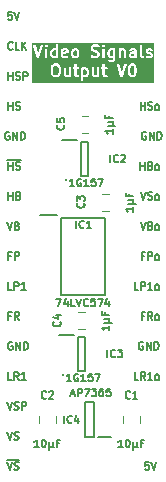
<source format=gto>
%TF.GenerationSoftware,KiCad,Pcbnew,9.0.2*%
%TF.CreationDate,2025-08-23T18:20:26+02:00*%
%TF.ProjectId,Video Signals Output,56696465-6f20-4536-9967-6e616c73204f,V0*%
%TF.SameCoordinates,Original*%
%TF.FileFunction,Legend,Top*%
%TF.FilePolarity,Positive*%
%FSLAX46Y46*%
G04 Gerber Fmt 4.6, Leading zero omitted, Abs format (unit mm)*
G04 Created by KiCad (PCBNEW 9.0.2) date 2025-08-23 18:20:26*
%MOMM*%
%LPD*%
G01*
G04 APERTURE LIST*
%ADD10C,0.150000*%
%ADD11C,0.200000*%
%ADD12C,0.120000*%
G04 APERTURE END LIST*
D10*
X12474316Y-17430963D02*
X12685982Y-18065963D01*
X12685982Y-18065963D02*
X12897649Y-17430963D01*
X13320983Y-17733344D02*
X13411697Y-17763582D01*
X13411697Y-17763582D02*
X13441935Y-17793820D01*
X13441935Y-17793820D02*
X13472173Y-17854296D01*
X13472173Y-17854296D02*
X13472173Y-17945010D01*
X13472173Y-17945010D02*
X13441935Y-18005486D01*
X13441935Y-18005486D02*
X13411697Y-18035725D01*
X13411697Y-18035725D02*
X13351221Y-18065963D01*
X13351221Y-18065963D02*
X13109316Y-18065963D01*
X13109316Y-18065963D02*
X13109316Y-17430963D01*
X13109316Y-17430963D02*
X13320983Y-17430963D01*
X13320983Y-17430963D02*
X13381459Y-17461201D01*
X13381459Y-17461201D02*
X13411697Y-17491439D01*
X13411697Y-17491439D02*
X13441935Y-17551915D01*
X13441935Y-17551915D02*
X13441935Y-17612391D01*
X13441935Y-17612391D02*
X13411697Y-17672867D01*
X13411697Y-17672867D02*
X13381459Y-17703105D01*
X13381459Y-17703105D02*
X13320983Y-17733344D01*
X13320983Y-17733344D02*
X13109316Y-17733344D01*
X13810840Y-17628115D02*
X13907602Y-17628115D01*
X13907602Y-17628115D02*
X13955983Y-17652305D01*
X13955983Y-17652305D02*
X14004364Y-17700686D01*
X14004364Y-17700686D02*
X14028554Y-17797448D01*
X14028554Y-17797448D02*
X14028554Y-17966782D01*
X14028554Y-17966782D02*
X14004364Y-18063544D01*
X14004364Y-18063544D02*
X13955983Y-18111925D01*
X13955983Y-18111925D02*
X13907602Y-18136115D01*
X13907602Y-18136115D02*
X13810840Y-18136115D01*
X13810840Y-18136115D02*
X13762459Y-18111925D01*
X13762459Y-18111925D02*
X13714078Y-18063544D01*
X13714078Y-18063544D02*
X13689887Y-17966782D01*
X13689887Y-17966782D02*
X13689887Y-17797448D01*
X13689887Y-17797448D02*
X13714078Y-17700686D01*
X13714078Y-17700686D02*
X13762459Y-17652305D01*
X13762459Y-17652305D02*
X13810840Y-17628115D01*
X1344493Y-9841201D02*
X1284017Y-9810963D01*
X1284017Y-9810963D02*
X1193303Y-9810963D01*
X1193303Y-9810963D02*
X1102588Y-9841201D01*
X1102588Y-9841201D02*
X1042112Y-9901677D01*
X1042112Y-9901677D02*
X1011874Y-9962153D01*
X1011874Y-9962153D02*
X981636Y-10083105D01*
X981636Y-10083105D02*
X981636Y-10173820D01*
X981636Y-10173820D02*
X1011874Y-10294772D01*
X1011874Y-10294772D02*
X1042112Y-10355248D01*
X1042112Y-10355248D02*
X1102588Y-10415725D01*
X1102588Y-10415725D02*
X1193303Y-10445963D01*
X1193303Y-10445963D02*
X1253779Y-10445963D01*
X1253779Y-10445963D02*
X1344493Y-10415725D01*
X1344493Y-10415725D02*
X1374731Y-10385486D01*
X1374731Y-10385486D02*
X1374731Y-10173820D01*
X1374731Y-10173820D02*
X1253779Y-10173820D01*
X1646874Y-10445963D02*
X1646874Y-9810963D01*
X1646874Y-9810963D02*
X2009731Y-10445963D01*
X2009731Y-10445963D02*
X2009731Y-9810963D01*
X2312112Y-10445963D02*
X2312112Y-9810963D01*
X2312112Y-9810963D02*
X2463302Y-9810963D01*
X2463302Y-9810963D02*
X2554017Y-9841201D01*
X2554017Y-9841201D02*
X2614493Y-9901677D01*
X2614493Y-9901677D02*
X2644731Y-9962153D01*
X2644731Y-9962153D02*
X2674969Y-10083105D01*
X2674969Y-10083105D02*
X2674969Y-10173820D01*
X2674969Y-10173820D02*
X2644731Y-10294772D01*
X2644731Y-10294772D02*
X2614493Y-10355248D01*
X2614493Y-10355248D02*
X2554017Y-10415725D01*
X2554017Y-10415725D02*
X2463302Y-10445963D01*
X2463302Y-10445963D02*
X2312112Y-10445963D01*
X1175160Y-17430963D02*
X1386826Y-18065963D01*
X1386826Y-18065963D02*
X1598493Y-17430963D01*
X2021827Y-17733344D02*
X2112541Y-17763582D01*
X2112541Y-17763582D02*
X2142779Y-17793820D01*
X2142779Y-17793820D02*
X2173017Y-17854296D01*
X2173017Y-17854296D02*
X2173017Y-17945010D01*
X2173017Y-17945010D02*
X2142779Y-18005486D01*
X2142779Y-18005486D02*
X2112541Y-18035725D01*
X2112541Y-18035725D02*
X2052065Y-18065963D01*
X2052065Y-18065963D02*
X1810160Y-18065963D01*
X1810160Y-18065963D02*
X1810160Y-17430963D01*
X1810160Y-17430963D02*
X2021827Y-17430963D01*
X2021827Y-17430963D02*
X2082303Y-17461201D01*
X2082303Y-17461201D02*
X2112541Y-17491439D01*
X2112541Y-17491439D02*
X2142779Y-17551915D01*
X2142779Y-17551915D02*
X2142779Y-17612391D01*
X2142779Y-17612391D02*
X2112541Y-17672867D01*
X2112541Y-17672867D02*
X2082303Y-17703105D01*
X2082303Y-17703105D02*
X2021827Y-17733344D01*
X2021827Y-17733344D02*
X1810160Y-17733344D01*
X1265874Y-12985963D02*
X1265874Y-12350963D01*
X1265874Y-12653344D02*
X1628731Y-12653344D01*
X1628731Y-12985963D02*
X1628731Y-12350963D01*
X1900874Y-12955725D02*
X1991588Y-12985963D01*
X1991588Y-12985963D02*
X2142779Y-12985963D01*
X2142779Y-12985963D02*
X2203255Y-12955725D01*
X2203255Y-12955725D02*
X2233493Y-12925486D01*
X2233493Y-12925486D02*
X2263731Y-12865010D01*
X2263731Y-12865010D02*
X2263731Y-12804534D01*
X2263731Y-12804534D02*
X2233493Y-12744058D01*
X2233493Y-12744058D02*
X2203255Y-12713820D01*
X2203255Y-12713820D02*
X2142779Y-12683582D01*
X2142779Y-12683582D02*
X2021826Y-12653344D01*
X2021826Y-12653344D02*
X1961350Y-12623105D01*
X1961350Y-12623105D02*
X1931112Y-12592867D01*
X1931112Y-12592867D02*
X1900874Y-12532391D01*
X1900874Y-12532391D02*
X1900874Y-12471915D01*
X1900874Y-12471915D02*
X1931112Y-12411439D01*
X1931112Y-12411439D02*
X1961350Y-12381201D01*
X1961350Y-12381201D02*
X2021826Y-12350963D01*
X2021826Y-12350963D02*
X2173017Y-12350963D01*
X2173017Y-12350963D02*
X2263731Y-12381201D01*
X1178184Y-12174675D02*
X2321184Y-12174675D01*
X1477541Y-20273344D02*
X1265874Y-20273344D01*
X1265874Y-20605963D02*
X1265874Y-19970963D01*
X1265874Y-19970963D02*
X1568255Y-19970963D01*
X1810160Y-20605963D02*
X1810160Y-19970963D01*
X1810160Y-19970963D02*
X2052065Y-19970963D01*
X2052065Y-19970963D02*
X2112541Y-20001201D01*
X2112541Y-20001201D02*
X2142779Y-20031439D01*
X2142779Y-20031439D02*
X2173017Y-20091915D01*
X2173017Y-20091915D02*
X2173017Y-20182629D01*
X2173017Y-20182629D02*
X2142779Y-20243105D01*
X2142779Y-20243105D02*
X2112541Y-20273344D01*
X2112541Y-20273344D02*
X2052065Y-20303582D01*
X2052065Y-20303582D02*
X1810160Y-20303582D01*
X1628731Y-2765486D02*
X1598493Y-2795725D01*
X1598493Y-2795725D02*
X1507779Y-2825963D01*
X1507779Y-2825963D02*
X1447303Y-2825963D01*
X1447303Y-2825963D02*
X1356588Y-2795725D01*
X1356588Y-2795725D02*
X1296112Y-2735248D01*
X1296112Y-2735248D02*
X1265874Y-2674772D01*
X1265874Y-2674772D02*
X1235636Y-2553820D01*
X1235636Y-2553820D02*
X1235636Y-2463105D01*
X1235636Y-2463105D02*
X1265874Y-2342153D01*
X1265874Y-2342153D02*
X1296112Y-2281677D01*
X1296112Y-2281677D02*
X1356588Y-2221201D01*
X1356588Y-2221201D02*
X1447303Y-2190963D01*
X1447303Y-2190963D02*
X1507779Y-2190963D01*
X1507779Y-2190963D02*
X1598493Y-2221201D01*
X1598493Y-2221201D02*
X1628731Y-2251439D01*
X2203255Y-2825963D02*
X1900874Y-2825963D01*
X1900874Y-2825963D02*
X1900874Y-2190963D01*
X2414922Y-2825963D02*
X2414922Y-2190963D01*
X2777779Y-2825963D02*
X2505636Y-2463105D01*
X2777779Y-2190963D02*
X2414922Y-2553820D01*
X1477541Y-25353344D02*
X1265874Y-25353344D01*
X1265874Y-25685963D02*
X1265874Y-25050963D01*
X1265874Y-25050963D02*
X1568255Y-25050963D01*
X2173017Y-25685963D02*
X1961350Y-25383582D01*
X1810160Y-25685963D02*
X1810160Y-25050963D01*
X1810160Y-25050963D02*
X2052065Y-25050963D01*
X2052065Y-25050963D02*
X2112541Y-25081201D01*
X2112541Y-25081201D02*
X2142779Y-25111439D01*
X2142779Y-25111439D02*
X2173017Y-25171915D01*
X2173017Y-25171915D02*
X2173017Y-25262629D01*
X2173017Y-25262629D02*
X2142779Y-25323105D01*
X2142779Y-25323105D02*
X2112541Y-25353344D01*
X2112541Y-25353344D02*
X2052065Y-25383582D01*
X2052065Y-25383582D02*
X1810160Y-25383582D01*
X1265874Y-5365963D02*
X1265874Y-4730963D01*
X1265874Y-5033344D02*
X1628731Y-5033344D01*
X1628731Y-5365963D02*
X1628731Y-4730963D01*
X1900874Y-5335725D02*
X1991588Y-5365963D01*
X1991588Y-5365963D02*
X2142779Y-5365963D01*
X2142779Y-5365963D02*
X2203255Y-5335725D01*
X2203255Y-5335725D02*
X2233493Y-5305486D01*
X2233493Y-5305486D02*
X2263731Y-5245010D01*
X2263731Y-5245010D02*
X2263731Y-5184534D01*
X2263731Y-5184534D02*
X2233493Y-5124058D01*
X2233493Y-5124058D02*
X2203255Y-5093820D01*
X2203255Y-5093820D02*
X2142779Y-5063582D01*
X2142779Y-5063582D02*
X2021826Y-5033344D01*
X2021826Y-5033344D02*
X1961350Y-5003105D01*
X1961350Y-5003105D02*
X1931112Y-4972867D01*
X1931112Y-4972867D02*
X1900874Y-4912391D01*
X1900874Y-4912391D02*
X1900874Y-4851915D01*
X1900874Y-4851915D02*
X1931112Y-4791439D01*
X1931112Y-4791439D02*
X1961350Y-4761201D01*
X1961350Y-4761201D02*
X2021826Y-4730963D01*
X2021826Y-4730963D02*
X2173017Y-4730963D01*
X2173017Y-4730963D02*
X2263731Y-4761201D01*
X2535874Y-5365963D02*
X2535874Y-4730963D01*
X2535874Y-4730963D02*
X2777779Y-4730963D01*
X2777779Y-4730963D02*
X2838255Y-4761201D01*
X2838255Y-4761201D02*
X2868493Y-4791439D01*
X2868493Y-4791439D02*
X2898731Y-4851915D01*
X2898731Y-4851915D02*
X2898731Y-4942629D01*
X2898731Y-4942629D02*
X2868493Y-5003105D01*
X2868493Y-5003105D02*
X2838255Y-5033344D01*
X2838255Y-5033344D02*
X2777779Y-5063582D01*
X2777779Y-5063582D02*
X2535874Y-5063582D01*
X12776697Y-25353344D02*
X12565030Y-25353344D01*
X12565030Y-25685963D02*
X12565030Y-25050963D01*
X12565030Y-25050963D02*
X12867411Y-25050963D01*
X13472173Y-25685963D02*
X13260506Y-25383582D01*
X13109316Y-25685963D02*
X13109316Y-25050963D01*
X13109316Y-25050963D02*
X13351221Y-25050963D01*
X13351221Y-25050963D02*
X13411697Y-25081201D01*
X13411697Y-25081201D02*
X13441935Y-25111439D01*
X13441935Y-25111439D02*
X13472173Y-25171915D01*
X13472173Y-25171915D02*
X13472173Y-25262629D01*
X13472173Y-25262629D02*
X13441935Y-25323105D01*
X13441935Y-25323105D02*
X13411697Y-25353344D01*
X13411697Y-25353344D02*
X13351221Y-25383582D01*
X13351221Y-25383582D02*
X13109316Y-25383582D01*
X13810840Y-25248115D02*
X13907602Y-25248115D01*
X13907602Y-25248115D02*
X13955983Y-25272305D01*
X13955983Y-25272305D02*
X14004364Y-25320686D01*
X14004364Y-25320686D02*
X14028554Y-25417448D01*
X14028554Y-25417448D02*
X14028554Y-25586782D01*
X14028554Y-25586782D02*
X14004364Y-25683544D01*
X14004364Y-25683544D02*
X13955983Y-25731925D01*
X13955983Y-25731925D02*
X13907602Y-25756115D01*
X13907602Y-25756115D02*
X13810840Y-25756115D01*
X13810840Y-25756115D02*
X13762459Y-25731925D01*
X13762459Y-25731925D02*
X13714078Y-25683544D01*
X13714078Y-25683544D02*
X13689887Y-25586782D01*
X13689887Y-25586782D02*
X13689887Y-25417448D01*
X13689887Y-25417448D02*
X13714078Y-25320686D01*
X13714078Y-25320686D02*
X13762459Y-25272305D01*
X13762459Y-25272305D02*
X13810840Y-25248115D01*
X12292887Y-23145963D02*
X11990506Y-23145963D01*
X11990506Y-23145963D02*
X11990506Y-22510963D01*
X12504554Y-23145963D02*
X12504554Y-22510963D01*
X12504554Y-22510963D02*
X12746459Y-22510963D01*
X12746459Y-22510963D02*
X12806935Y-22541201D01*
X12806935Y-22541201D02*
X12837173Y-22571439D01*
X12837173Y-22571439D02*
X12867411Y-22631915D01*
X12867411Y-22631915D02*
X12867411Y-22722629D01*
X12867411Y-22722629D02*
X12837173Y-22783105D01*
X12837173Y-22783105D02*
X12806935Y-22813344D01*
X12806935Y-22813344D02*
X12746459Y-22843582D01*
X12746459Y-22843582D02*
X12504554Y-22843582D01*
X13472173Y-23145963D02*
X13109316Y-23145963D01*
X13290744Y-23145963D02*
X13290744Y-22510963D01*
X13290744Y-22510963D02*
X13230268Y-22601677D01*
X13230268Y-22601677D02*
X13169792Y-22662153D01*
X13169792Y-22662153D02*
X13109316Y-22692391D01*
X13810840Y-22708115D02*
X13907602Y-22708115D01*
X13907602Y-22708115D02*
X13955983Y-22732305D01*
X13955983Y-22732305D02*
X14004364Y-22780686D01*
X14004364Y-22780686D02*
X14028554Y-22877448D01*
X14028554Y-22877448D02*
X14028554Y-23046782D01*
X14028554Y-23046782D02*
X14004364Y-23143544D01*
X14004364Y-23143544D02*
X13955983Y-23191925D01*
X13955983Y-23191925D02*
X13907602Y-23216115D01*
X13907602Y-23216115D02*
X13810840Y-23216115D01*
X13810840Y-23216115D02*
X13762459Y-23191925D01*
X13762459Y-23191925D02*
X13714078Y-23143544D01*
X13714078Y-23143544D02*
X13689887Y-23046782D01*
X13689887Y-23046782D02*
X13689887Y-22877448D01*
X13689887Y-22877448D02*
X13714078Y-22780686D01*
X13714078Y-22780686D02*
X13762459Y-22732305D01*
X13762459Y-22732305D02*
X13810840Y-22708115D01*
D11*
G36*
X7854525Y-4537357D02*
G01*
X7879194Y-4562025D01*
X7908999Y-4621635D01*
X7908999Y-4860135D01*
X7879194Y-4919743D01*
X7854525Y-4944413D01*
X7794916Y-4974219D01*
X7651654Y-4974219D01*
X7632809Y-4964796D01*
X7632809Y-4516974D01*
X7651654Y-4507552D01*
X7794916Y-4507552D01*
X7854525Y-4537357D01*
G37*
G36*
X5425952Y-4204023D02*
G01*
X5490131Y-4268202D01*
X5528046Y-4419861D01*
X5528046Y-4728575D01*
X5490130Y-4880235D01*
X5425954Y-4944413D01*
X5366344Y-4974219D01*
X5223082Y-4974219D01*
X5163472Y-4944414D01*
X5099295Y-4880236D01*
X5061380Y-4728575D01*
X5061380Y-4419862D01*
X5099295Y-4268202D01*
X5163474Y-4204023D01*
X5223082Y-4174219D01*
X5366344Y-4174219D01*
X5425952Y-4204023D01*
G37*
G36*
X11854526Y-4204024D02*
G01*
X11879195Y-4228692D01*
X11914648Y-4299599D01*
X11956619Y-4467480D01*
X11956619Y-4680956D01*
X11914648Y-4848837D01*
X11879195Y-4919743D01*
X11854526Y-4944413D01*
X11794917Y-4974219D01*
X11746893Y-4974219D01*
X11687283Y-4944414D01*
X11662616Y-4919746D01*
X11627161Y-4848837D01*
X11585191Y-4680956D01*
X11585191Y-4467481D01*
X11627161Y-4299599D01*
X11662615Y-4228692D01*
X11687283Y-4204023D01*
X11746893Y-4174219D01*
X11794917Y-4174219D01*
X11854526Y-4204024D01*
G37*
G36*
X10147094Y-2907030D02*
G01*
X10147094Y-3354852D01*
X10128249Y-3364275D01*
X9984987Y-3364275D01*
X9925377Y-3334470D01*
X9900710Y-3309802D01*
X9870904Y-3250190D01*
X9870904Y-3011691D01*
X9900709Y-2952081D01*
X9925377Y-2927412D01*
X9984987Y-2897608D01*
X10128249Y-2897608D01*
X10147094Y-2907030D01*
G37*
G36*
X5289951Y-2907030D02*
G01*
X5289951Y-3354852D01*
X5271106Y-3364275D01*
X5127844Y-3364275D01*
X5068234Y-3334470D01*
X5043567Y-3309802D01*
X5013761Y-3250190D01*
X5013761Y-3011691D01*
X5043566Y-2952081D01*
X5068234Y-2927412D01*
X5127844Y-2897608D01*
X5271106Y-2897608D01*
X5289951Y-2907030D01*
G37*
G36*
X6172558Y-2919763D02*
G01*
X6190008Y-2954663D01*
X5918523Y-3008960D01*
X5918523Y-2964072D01*
X5940678Y-2919762D01*
X5984987Y-2897608D01*
X6128249Y-2897608D01*
X6172558Y-2919763D01*
G37*
G36*
X7045001Y-2927413D02*
G01*
X7069670Y-2952081D01*
X7099475Y-3011691D01*
X7099475Y-3250191D01*
X7069670Y-3309799D01*
X7045001Y-3334469D01*
X6985392Y-3364275D01*
X6889749Y-3364275D01*
X6830139Y-3334470D01*
X6805472Y-3309802D01*
X6775666Y-3250190D01*
X6775666Y-3011691D01*
X6805471Y-2952081D01*
X6830139Y-2927412D01*
X6889749Y-2897608D01*
X6985392Y-2897608D01*
X7045001Y-2927413D01*
G37*
G36*
X11956618Y-3354852D02*
G01*
X11937773Y-3364275D01*
X11746892Y-3364275D01*
X11702582Y-3342120D01*
X11680428Y-3297810D01*
X11680428Y-3249786D01*
X11702583Y-3205476D01*
X11746892Y-3183322D01*
X11956618Y-3183322D01*
X11956618Y-3354852D01*
G37*
G36*
X13648682Y-5616742D02*
G01*
X3274864Y-5616742D01*
X3274864Y-4407552D01*
X4861380Y-4407552D01*
X4861380Y-4740885D01*
X4861715Y-4744287D01*
X4861498Y-4745746D01*
X4862577Y-4753043D01*
X4863301Y-4760394D01*
X4863865Y-4761757D01*
X4864366Y-4765139D01*
X4911985Y-4955614D01*
X4918580Y-4974075D01*
X4923005Y-4980047D01*
X4925851Y-4986918D01*
X4938288Y-5002071D01*
X5033526Y-5097311D01*
X5041194Y-5103604D01*
X5042925Y-5105600D01*
X5045932Y-5107493D01*
X5048679Y-5109747D01*
X5051119Y-5110757D01*
X5059516Y-5116043D01*
X5154753Y-5163662D01*
X5173062Y-5170668D01*
X5176645Y-5170922D01*
X5179966Y-5172298D01*
X5199475Y-5174219D01*
X5389951Y-5174219D01*
X5409460Y-5172298D01*
X5412780Y-5170922D01*
X5416364Y-5170668D01*
X5434672Y-5163662D01*
X5529910Y-5116043D01*
X5538305Y-5110758D01*
X5540747Y-5109747D01*
X5543494Y-5107491D01*
X5546500Y-5105600D01*
X5548230Y-5103605D01*
X5555900Y-5097310D01*
X5651138Y-5002071D01*
X5663575Y-4986918D01*
X5666420Y-4980047D01*
X5670846Y-4974075D01*
X5677441Y-4955615D01*
X5725060Y-4765139D01*
X5725560Y-4761757D01*
X5726125Y-4760394D01*
X5726848Y-4753043D01*
X5727928Y-4745746D01*
X5727710Y-4744287D01*
X5728046Y-4740885D01*
X5728046Y-4407552D01*
X5956618Y-4407552D01*
X5956618Y-4931361D01*
X5958539Y-4950870D01*
X5959914Y-4954190D01*
X5960169Y-4957773D01*
X5967175Y-4976082D01*
X6014794Y-5071321D01*
X6016847Y-5074584D01*
X6017361Y-5076123D01*
X6019023Y-5078039D01*
X6025237Y-5087911D01*
X6034708Y-5096125D01*
X6042925Y-5105600D01*
X6052795Y-5111812D01*
X6054713Y-5113476D01*
X6056253Y-5113989D01*
X6059516Y-5116043D01*
X6154753Y-5163662D01*
X6173062Y-5170668D01*
X6176645Y-5170922D01*
X6179966Y-5172298D01*
X6199475Y-5174219D01*
X6342332Y-5174219D01*
X6361841Y-5172298D01*
X6365161Y-5170922D01*
X6368745Y-5170668D01*
X6387053Y-5163662D01*
X6419636Y-5147370D01*
X6429632Y-5157366D01*
X6465680Y-5172298D01*
X6504698Y-5172298D01*
X6540746Y-5157366D01*
X6568336Y-5129776D01*
X6583268Y-5093728D01*
X6585189Y-5074219D01*
X6585189Y-4407552D01*
X6583268Y-4388043D01*
X6720444Y-4388043D01*
X6720444Y-4427061D01*
X6735376Y-4463109D01*
X6762966Y-4490699D01*
X6799014Y-4505631D01*
X6818523Y-4507552D01*
X6861380Y-4507552D01*
X6861380Y-4931361D01*
X6863301Y-4950870D01*
X6864676Y-4954190D01*
X6864931Y-4957773D01*
X6871937Y-4976082D01*
X6919556Y-5071321D01*
X6921609Y-5074584D01*
X6922123Y-5076123D01*
X6923785Y-5078039D01*
X6929999Y-5087911D01*
X6939470Y-5096125D01*
X6947687Y-5105600D01*
X6957557Y-5111812D01*
X6959475Y-5113476D01*
X6961015Y-5113989D01*
X6964278Y-5116043D01*
X7059515Y-5163662D01*
X7077824Y-5170668D01*
X7081407Y-5170922D01*
X7084728Y-5172298D01*
X7104237Y-5174219D01*
X7199475Y-5174219D01*
X7218984Y-5172298D01*
X7255032Y-5157366D01*
X7282622Y-5129776D01*
X7297554Y-5093728D01*
X7297554Y-5054710D01*
X7282622Y-5018662D01*
X7255032Y-4991072D01*
X7218984Y-4976140D01*
X7199475Y-4974219D01*
X7127844Y-4974219D01*
X7083534Y-4952064D01*
X7061380Y-4907754D01*
X7061380Y-4507552D01*
X7199475Y-4507552D01*
X7218984Y-4505631D01*
X7255032Y-4490699D01*
X7282622Y-4463109D01*
X7297554Y-4427061D01*
X7297554Y-4407552D01*
X7432809Y-4407552D01*
X7432809Y-5407552D01*
X7434730Y-5427061D01*
X7449662Y-5463109D01*
X7477252Y-5490699D01*
X7513300Y-5505631D01*
X7552318Y-5505631D01*
X7588366Y-5490699D01*
X7615956Y-5463109D01*
X7630888Y-5427061D01*
X7632809Y-5407552D01*
X7632809Y-5174219D01*
X7818523Y-5174219D01*
X7838032Y-5172298D01*
X7841352Y-5170922D01*
X7844936Y-5170668D01*
X7863244Y-5163662D01*
X7958482Y-5116043D01*
X7966877Y-5110758D01*
X7969319Y-5109747D01*
X7972066Y-5107491D01*
X7975072Y-5105600D01*
X7976802Y-5103605D01*
X7984472Y-5097310D01*
X8032091Y-5049690D01*
X8038383Y-5042023D01*
X8040380Y-5040292D01*
X8042273Y-5037284D01*
X8044528Y-5034537D01*
X8045539Y-5032095D01*
X8050823Y-5023701D01*
X8098442Y-4928464D01*
X8105448Y-4910155D01*
X8105702Y-4906571D01*
X8107078Y-4903251D01*
X8108999Y-4883742D01*
X8108999Y-4598028D01*
X8107078Y-4578519D01*
X8105702Y-4575198D01*
X8105448Y-4571615D01*
X8098442Y-4553306D01*
X8050823Y-4458069D01*
X8045537Y-4449672D01*
X8044527Y-4447232D01*
X8042273Y-4444486D01*
X8040380Y-4441478D01*
X8038382Y-4439745D01*
X8032090Y-4432079D01*
X8007564Y-4407552D01*
X8337571Y-4407552D01*
X8337571Y-4931361D01*
X8339492Y-4950870D01*
X8340867Y-4954190D01*
X8341122Y-4957773D01*
X8348128Y-4976082D01*
X8395747Y-5071321D01*
X8397800Y-5074584D01*
X8398314Y-5076123D01*
X8399976Y-5078039D01*
X8406190Y-5087911D01*
X8415661Y-5096125D01*
X8423878Y-5105600D01*
X8433748Y-5111812D01*
X8435666Y-5113476D01*
X8437206Y-5113989D01*
X8440469Y-5116043D01*
X8535706Y-5163662D01*
X8554015Y-5170668D01*
X8557598Y-5170922D01*
X8560919Y-5172298D01*
X8580428Y-5174219D01*
X8723285Y-5174219D01*
X8742794Y-5172298D01*
X8746114Y-5170922D01*
X8749698Y-5170668D01*
X8768006Y-5163662D01*
X8800589Y-5147370D01*
X8810585Y-5157366D01*
X8846633Y-5172298D01*
X8885651Y-5172298D01*
X8921699Y-5157366D01*
X8949289Y-5129776D01*
X8964221Y-5093728D01*
X8966142Y-5074219D01*
X8966142Y-4407552D01*
X8964221Y-4388043D01*
X9101397Y-4388043D01*
X9101397Y-4427061D01*
X9116329Y-4463109D01*
X9143919Y-4490699D01*
X9179967Y-4505631D01*
X9199476Y-4507552D01*
X9242333Y-4507552D01*
X9242333Y-4931361D01*
X9244254Y-4950870D01*
X9245629Y-4954190D01*
X9245884Y-4957773D01*
X9252890Y-4976082D01*
X9300509Y-5071321D01*
X9302562Y-5074584D01*
X9303076Y-5076123D01*
X9304738Y-5078039D01*
X9310952Y-5087911D01*
X9320423Y-5096125D01*
X9328640Y-5105600D01*
X9338510Y-5111812D01*
X9340428Y-5113476D01*
X9341968Y-5113989D01*
X9345231Y-5116043D01*
X9440468Y-5163662D01*
X9458777Y-5170668D01*
X9462360Y-5170922D01*
X9465681Y-5172298D01*
X9485190Y-5174219D01*
X9580428Y-5174219D01*
X9599937Y-5172298D01*
X9635985Y-5157366D01*
X9663575Y-5129776D01*
X9678507Y-5093728D01*
X9678507Y-5054710D01*
X9663575Y-5018662D01*
X9635985Y-4991072D01*
X9599937Y-4976140D01*
X9580428Y-4974219D01*
X9508797Y-4974219D01*
X9464487Y-4952064D01*
X9442333Y-4907754D01*
X9442333Y-4507552D01*
X9580428Y-4507552D01*
X9599937Y-4505631D01*
X9635985Y-4490699D01*
X9663575Y-4463109D01*
X9678507Y-4427061D01*
X9678507Y-4388043D01*
X9663575Y-4351995D01*
X9635985Y-4324405D01*
X9599937Y-4309473D01*
X9580428Y-4307552D01*
X9442333Y-4307552D01*
X9442333Y-4086726D01*
X10433595Y-4086726D01*
X10437942Y-4105842D01*
X10771275Y-5105841D01*
X10779266Y-5123742D01*
X10783949Y-5129141D01*
X10787144Y-5135531D01*
X10796615Y-5143746D01*
X10804831Y-5153218D01*
X10811219Y-5156412D01*
X10816620Y-5161096D01*
X10828521Y-5165063D01*
X10839730Y-5170667D01*
X10846854Y-5171173D01*
X10853636Y-5173434D01*
X10866145Y-5172544D01*
X10878650Y-5173434D01*
X10885428Y-5171174D01*
X10892556Y-5170668D01*
X10903772Y-5165059D01*
X10915666Y-5161095D01*
X10921063Y-5156414D01*
X10927455Y-5153218D01*
X10935673Y-5143742D01*
X10945142Y-5135530D01*
X10948335Y-5129143D01*
X10953020Y-5123742D01*
X10961011Y-5105842D01*
X11177901Y-4455171D01*
X11385191Y-4455171D01*
X11385191Y-4693266D01*
X11385526Y-4696668D01*
X11385309Y-4698127D01*
X11386388Y-4705424D01*
X11387112Y-4712775D01*
X11387676Y-4714138D01*
X11388177Y-4717520D01*
X11435796Y-4907995D01*
X11436309Y-4909432D01*
X11436361Y-4910155D01*
X11439469Y-4918279D01*
X11442391Y-4926456D01*
X11442821Y-4927036D01*
X11443367Y-4928463D01*
X11490986Y-5023701D01*
X11496269Y-5032093D01*
X11497281Y-5034537D01*
X11499537Y-5037286D01*
X11501429Y-5040291D01*
X11503423Y-5042020D01*
X11509718Y-5049690D01*
X11557336Y-5097310D01*
X11565004Y-5103603D01*
X11566736Y-5105600D01*
X11569744Y-5107493D01*
X11572490Y-5109747D01*
X11574930Y-5110757D01*
X11583327Y-5116043D01*
X11678564Y-5163662D01*
X11696873Y-5170668D01*
X11700456Y-5170922D01*
X11703777Y-5172298D01*
X11723286Y-5174219D01*
X11818524Y-5174219D01*
X11838033Y-5172298D01*
X11841353Y-5170922D01*
X11844937Y-5170668D01*
X11863245Y-5163662D01*
X11958483Y-5116043D01*
X11966878Y-5110758D01*
X11969320Y-5109747D01*
X11972067Y-5107491D01*
X11975073Y-5105600D01*
X11976803Y-5103605D01*
X11984473Y-5097310D01*
X12032092Y-5049690D01*
X12038384Y-5042023D01*
X12040381Y-5040292D01*
X12042274Y-5037284D01*
X12044529Y-5034537D01*
X12045540Y-5032095D01*
X12050824Y-5023701D01*
X12098443Y-4928464D01*
X12098989Y-4927035D01*
X12099419Y-4926456D01*
X12102340Y-4918279D01*
X12105449Y-4910155D01*
X12105500Y-4909434D01*
X12106014Y-4907996D01*
X12153633Y-4717520D01*
X12154133Y-4714138D01*
X12154698Y-4712775D01*
X12155421Y-4705424D01*
X12156501Y-4698127D01*
X12156283Y-4696668D01*
X12156619Y-4693266D01*
X12156619Y-4455171D01*
X12156283Y-4451768D01*
X12156501Y-4450310D01*
X12155421Y-4443012D01*
X12154698Y-4435662D01*
X12154133Y-4434298D01*
X12153633Y-4430917D01*
X12106014Y-4240441D01*
X12105500Y-4239002D01*
X12105449Y-4238282D01*
X12102340Y-4230157D01*
X12099419Y-4221981D01*
X12098989Y-4221401D01*
X12098443Y-4219973D01*
X12050824Y-4124736D01*
X12045538Y-4116339D01*
X12044528Y-4113899D01*
X12042274Y-4111153D01*
X12040381Y-4108145D01*
X12038383Y-4106412D01*
X12032091Y-4098746D01*
X11984473Y-4051127D01*
X11976802Y-4044832D01*
X11975073Y-4042838D01*
X11972065Y-4040944D01*
X11969319Y-4038691D01*
X11966879Y-4037680D01*
X11958483Y-4032395D01*
X11863245Y-3984776D01*
X11844937Y-3977770D01*
X11841353Y-3977515D01*
X11838033Y-3976140D01*
X11818524Y-3974219D01*
X11723286Y-3974219D01*
X11703777Y-3976140D01*
X11700456Y-3977515D01*
X11696873Y-3977770D01*
X11678564Y-3984776D01*
X11583327Y-4032395D01*
X11574930Y-4037680D01*
X11572490Y-4038691D01*
X11569744Y-4040944D01*
X11566736Y-4042838D01*
X11565003Y-4044835D01*
X11557337Y-4051128D01*
X11509718Y-4098746D01*
X11503423Y-4106416D01*
X11501429Y-4108146D01*
X11499535Y-4111153D01*
X11497282Y-4113900D01*
X11496271Y-4116339D01*
X11490986Y-4124736D01*
X11443367Y-4219974D01*
X11442821Y-4221400D01*
X11442391Y-4221981D01*
X11439469Y-4230157D01*
X11436361Y-4238282D01*
X11436309Y-4239004D01*
X11435796Y-4240442D01*
X11388177Y-4430917D01*
X11387676Y-4434298D01*
X11387112Y-4435662D01*
X11386388Y-4443012D01*
X11385309Y-4450310D01*
X11385526Y-4451768D01*
X11385191Y-4455171D01*
X11177901Y-4455171D01*
X11294344Y-4105842D01*
X11298691Y-4086727D01*
X11295925Y-4047807D01*
X11278475Y-4012908D01*
X11248999Y-3987343D01*
X11211983Y-3975004D01*
X11173063Y-3977771D01*
X11138164Y-3995220D01*
X11112599Y-4024696D01*
X11104608Y-4042597D01*
X10866143Y-4757991D01*
X10627678Y-4042596D01*
X10619687Y-4024696D01*
X10594122Y-3995220D01*
X10559223Y-3977770D01*
X10520303Y-3975004D01*
X10483287Y-3987342D01*
X10453811Y-4012907D01*
X10436361Y-4047806D01*
X10433595Y-4086726D01*
X9442333Y-4086726D01*
X9442333Y-4074219D01*
X9440412Y-4054710D01*
X9425480Y-4018662D01*
X9397890Y-3991072D01*
X9361842Y-3976140D01*
X9322824Y-3976140D01*
X9286776Y-3991072D01*
X9259186Y-4018662D01*
X9244254Y-4054710D01*
X9242333Y-4074219D01*
X9242333Y-4307552D01*
X9199476Y-4307552D01*
X9179967Y-4309473D01*
X9143919Y-4324405D01*
X9116329Y-4351995D01*
X9101397Y-4388043D01*
X8964221Y-4388043D01*
X8949289Y-4351995D01*
X8921699Y-4324405D01*
X8885651Y-4309473D01*
X8846633Y-4309473D01*
X8810585Y-4324405D01*
X8782995Y-4351995D01*
X8768063Y-4388043D01*
X8766142Y-4407552D01*
X8766142Y-4937559D01*
X8759287Y-4944413D01*
X8699678Y-4974219D01*
X8604035Y-4974219D01*
X8559725Y-4952064D01*
X8537571Y-4907754D01*
X8537571Y-4407552D01*
X8535650Y-4388043D01*
X8520718Y-4351995D01*
X8493128Y-4324405D01*
X8457080Y-4309473D01*
X8418062Y-4309473D01*
X8382014Y-4324405D01*
X8354424Y-4351995D01*
X8339492Y-4388043D01*
X8337571Y-4407552D01*
X8007564Y-4407552D01*
X7984472Y-4384460D01*
X7976801Y-4378165D01*
X7975072Y-4376171D01*
X7972064Y-4374277D01*
X7969318Y-4372024D01*
X7966878Y-4371013D01*
X7958482Y-4365728D01*
X7863244Y-4318109D01*
X7844936Y-4311103D01*
X7841352Y-4310848D01*
X7838032Y-4309473D01*
X7818523Y-4307552D01*
X7628047Y-4307552D01*
X7608538Y-4309473D01*
X7605217Y-4310848D01*
X7601634Y-4311103D01*
X7583325Y-4318109D01*
X7578722Y-4320410D01*
X7552318Y-4309473D01*
X7513300Y-4309473D01*
X7477252Y-4324405D01*
X7449662Y-4351995D01*
X7434730Y-4388043D01*
X7432809Y-4407552D01*
X7297554Y-4407552D01*
X7297554Y-4388043D01*
X7282622Y-4351995D01*
X7255032Y-4324405D01*
X7218984Y-4309473D01*
X7199475Y-4307552D01*
X7061380Y-4307552D01*
X7061380Y-4074219D01*
X7059459Y-4054710D01*
X7044527Y-4018662D01*
X7016937Y-3991072D01*
X6980889Y-3976140D01*
X6941871Y-3976140D01*
X6905823Y-3991072D01*
X6878233Y-4018662D01*
X6863301Y-4054710D01*
X6861380Y-4074219D01*
X6861380Y-4307552D01*
X6818523Y-4307552D01*
X6799014Y-4309473D01*
X6762966Y-4324405D01*
X6735376Y-4351995D01*
X6720444Y-4388043D01*
X6583268Y-4388043D01*
X6568336Y-4351995D01*
X6540746Y-4324405D01*
X6504698Y-4309473D01*
X6465680Y-4309473D01*
X6429632Y-4324405D01*
X6402042Y-4351995D01*
X6387110Y-4388043D01*
X6385189Y-4407552D01*
X6385189Y-4937559D01*
X6378334Y-4944413D01*
X6318725Y-4974219D01*
X6223082Y-4974219D01*
X6178772Y-4952064D01*
X6156618Y-4907754D01*
X6156618Y-4407552D01*
X6154697Y-4388043D01*
X6139765Y-4351995D01*
X6112175Y-4324405D01*
X6076127Y-4309473D01*
X6037109Y-4309473D01*
X6001061Y-4324405D01*
X5973471Y-4351995D01*
X5958539Y-4388043D01*
X5956618Y-4407552D01*
X5728046Y-4407552D01*
X5727710Y-4404149D01*
X5727928Y-4402691D01*
X5726848Y-4395393D01*
X5726125Y-4388043D01*
X5725560Y-4386679D01*
X5725060Y-4383298D01*
X5677441Y-4192822D01*
X5670846Y-4174362D01*
X5666419Y-4168387D01*
X5663574Y-4161519D01*
X5651138Y-4146365D01*
X5555900Y-4051127D01*
X5548229Y-4044832D01*
X5546500Y-4042838D01*
X5543492Y-4040944D01*
X5540746Y-4038691D01*
X5538306Y-4037680D01*
X5529910Y-4032395D01*
X5434672Y-3984776D01*
X5416364Y-3977770D01*
X5412780Y-3977515D01*
X5409460Y-3976140D01*
X5389951Y-3974219D01*
X5199475Y-3974219D01*
X5179966Y-3976140D01*
X5176645Y-3977515D01*
X5173062Y-3977770D01*
X5154753Y-3984776D01*
X5059516Y-4032395D01*
X5051117Y-4037681D01*
X5048680Y-4038691D01*
X5045936Y-4040942D01*
X5042925Y-4042838D01*
X5041192Y-4044835D01*
X5033526Y-4051127D01*
X4938288Y-4146365D01*
X4925852Y-4161519D01*
X4923006Y-4168387D01*
X4918580Y-4174362D01*
X4911985Y-4192823D01*
X4864366Y-4383298D01*
X4863865Y-4386679D01*
X4863301Y-4388043D01*
X4862577Y-4395393D01*
X4861498Y-4402691D01*
X4861715Y-4404149D01*
X4861380Y-4407552D01*
X3274864Y-4407552D01*
X3274864Y-2476782D01*
X3385975Y-2476782D01*
X3390322Y-2495898D01*
X3723655Y-3495897D01*
X3731646Y-3513798D01*
X3736329Y-3519197D01*
X3739524Y-3525587D01*
X3748995Y-3533802D01*
X3757211Y-3543274D01*
X3763599Y-3546468D01*
X3769000Y-3551152D01*
X3780901Y-3555119D01*
X3792110Y-3560723D01*
X3799234Y-3561229D01*
X3806016Y-3563490D01*
X3818525Y-3562600D01*
X3831030Y-3563490D01*
X3837808Y-3561230D01*
X3844936Y-3560724D01*
X3856152Y-3555115D01*
X3868046Y-3551151D01*
X3873443Y-3546470D01*
X3879835Y-3543274D01*
X3888053Y-3533798D01*
X3897522Y-3525586D01*
X3900715Y-3519199D01*
X3905400Y-3513798D01*
X3913391Y-3495898D01*
X4146154Y-2797608D01*
X4385190Y-2797608D01*
X4385190Y-3464275D01*
X4387111Y-3483784D01*
X4402043Y-3519832D01*
X4429633Y-3547422D01*
X4465681Y-3562354D01*
X4504699Y-3562354D01*
X4540747Y-3547422D01*
X4568337Y-3519832D01*
X4583269Y-3483784D01*
X4585190Y-3464275D01*
X4585190Y-2988084D01*
X4813761Y-2988084D01*
X4813761Y-3273798D01*
X4815682Y-3293307D01*
X4817057Y-3296627D01*
X4817312Y-3300211D01*
X4824318Y-3318519D01*
X4871937Y-3413757D01*
X4877220Y-3422149D01*
X4878232Y-3424593D01*
X4880488Y-3427342D01*
X4882380Y-3430347D01*
X4884374Y-3432076D01*
X4890669Y-3439746D01*
X4938287Y-3487366D01*
X4945955Y-3493659D01*
X4947687Y-3495656D01*
X4950695Y-3497549D01*
X4953441Y-3499803D01*
X4955881Y-3500813D01*
X4964278Y-3506099D01*
X5059515Y-3553718D01*
X5077824Y-3560724D01*
X5081407Y-3560978D01*
X5084728Y-3562354D01*
X5104237Y-3564275D01*
X5294713Y-3564275D01*
X5314222Y-3562354D01*
X5317542Y-3560978D01*
X5321126Y-3560724D01*
X5339434Y-3553718D01*
X5344037Y-3551416D01*
X5370442Y-3562354D01*
X5409460Y-3562354D01*
X5445508Y-3547422D01*
X5473098Y-3519832D01*
X5488030Y-3483784D01*
X5489951Y-3464275D01*
X5489951Y-2940465D01*
X5718523Y-2940465D01*
X5718523Y-3321417D01*
X5720444Y-3340926D01*
X5721819Y-3344246D01*
X5722074Y-3347829D01*
X5729080Y-3366138D01*
X5776699Y-3461377D01*
X5778752Y-3464640D01*
X5779266Y-3466179D01*
X5780928Y-3468095D01*
X5787142Y-3477967D01*
X5796613Y-3486181D01*
X5804830Y-3495656D01*
X5814700Y-3501868D01*
X5816618Y-3503532D01*
X5818158Y-3504045D01*
X5821421Y-3506099D01*
X5916658Y-3553718D01*
X5934967Y-3560724D01*
X5938550Y-3560978D01*
X5941871Y-3562354D01*
X5961380Y-3564275D01*
X6151856Y-3564275D01*
X6171365Y-3562354D01*
X6174685Y-3560978D01*
X6178269Y-3560724D01*
X6196577Y-3553718D01*
X6291815Y-3506099D01*
X6308405Y-3495656D01*
X6333970Y-3466179D01*
X6346308Y-3429163D01*
X6343543Y-3390243D01*
X6326094Y-3355345D01*
X6296617Y-3329780D01*
X6259601Y-3317441D01*
X6220681Y-3320207D01*
X6202372Y-3327213D01*
X6128249Y-3364275D01*
X5984987Y-3364275D01*
X5940677Y-3342120D01*
X5918523Y-3297810D01*
X5918523Y-3212921D01*
X6314219Y-3133782D01*
X6314222Y-3133782D01*
X6314224Y-3133780D01*
X6314324Y-3133761D01*
X6333078Y-3128051D01*
X6341218Y-3122599D01*
X6350270Y-3118850D01*
X6357271Y-3111848D01*
X6365497Y-3106340D01*
X6370931Y-3098188D01*
X6377860Y-3091260D01*
X6381650Y-3082111D01*
X6387141Y-3073875D01*
X6389042Y-3064264D01*
X6392792Y-3055212D01*
X6394713Y-3035703D01*
X6394713Y-2988084D01*
X6575666Y-2988084D01*
X6575666Y-3273798D01*
X6577587Y-3293307D01*
X6578962Y-3296627D01*
X6579217Y-3300211D01*
X6586223Y-3318519D01*
X6633842Y-3413757D01*
X6639125Y-3422149D01*
X6640137Y-3424593D01*
X6642393Y-3427342D01*
X6644285Y-3430347D01*
X6646279Y-3432076D01*
X6652574Y-3439746D01*
X6700192Y-3487366D01*
X6707860Y-3493659D01*
X6709592Y-3495656D01*
X6712600Y-3497549D01*
X6715346Y-3499803D01*
X6717786Y-3500813D01*
X6726183Y-3506099D01*
X6821420Y-3553718D01*
X6839729Y-3560724D01*
X6843312Y-3560978D01*
X6846633Y-3562354D01*
X6866142Y-3564275D01*
X7008999Y-3564275D01*
X7028508Y-3562354D01*
X7031828Y-3560978D01*
X7035412Y-3560724D01*
X7053720Y-3553718D01*
X7148958Y-3506099D01*
X7157353Y-3500814D01*
X7159795Y-3499803D01*
X7162542Y-3497547D01*
X7165548Y-3495656D01*
X7167278Y-3493661D01*
X7174948Y-3487366D01*
X7222567Y-3439746D01*
X7228859Y-3432079D01*
X7230856Y-3430348D01*
X7232749Y-3427340D01*
X7235004Y-3424593D01*
X7236015Y-3422151D01*
X7241299Y-3413757D01*
X7288918Y-3318520D01*
X7295924Y-3300211D01*
X7296178Y-3296627D01*
X7297554Y-3293307D01*
X7299475Y-3273798D01*
X7299475Y-2988084D01*
X7297554Y-2968575D01*
X7296178Y-2965254D01*
X7295924Y-2961671D01*
X7288918Y-2943362D01*
X7241299Y-2848125D01*
X7236013Y-2839728D01*
X7235003Y-2837288D01*
X7232749Y-2834542D01*
X7230856Y-2831534D01*
X7228858Y-2829801D01*
X7222566Y-2822135D01*
X7174948Y-2774516D01*
X7167277Y-2768221D01*
X7165548Y-2766227D01*
X7162540Y-2764333D01*
X7159794Y-2762080D01*
X7157354Y-2761069D01*
X7148958Y-2755784D01*
X7053720Y-2708165D01*
X7035412Y-2701159D01*
X7031828Y-2700904D01*
X7028508Y-2699529D01*
X7008999Y-2697608D01*
X6866142Y-2697608D01*
X6846633Y-2699529D01*
X6843312Y-2700904D01*
X6839729Y-2701159D01*
X6821420Y-2708165D01*
X6726183Y-2755784D01*
X6717786Y-2761069D01*
X6715346Y-2762080D01*
X6712600Y-2764333D01*
X6709592Y-2766227D01*
X6707859Y-2768224D01*
X6700193Y-2774517D01*
X6652574Y-2822135D01*
X6646279Y-2829805D01*
X6644285Y-2831535D01*
X6642391Y-2834542D01*
X6640138Y-2837289D01*
X6639127Y-2839728D01*
X6633842Y-2848125D01*
X6586223Y-2943363D01*
X6579217Y-2961671D01*
X6578962Y-2965254D01*
X6577587Y-2968575D01*
X6575666Y-2988084D01*
X6394713Y-2988084D01*
X6394713Y-2940465D01*
X6392792Y-2920956D01*
X6391416Y-2917635D01*
X6391162Y-2914052D01*
X6384156Y-2895743D01*
X6336537Y-2800506D01*
X6334482Y-2797242D01*
X6333970Y-2795704D01*
X6332308Y-2793788D01*
X6326094Y-2783915D01*
X6316618Y-2775697D01*
X6308405Y-2766227D01*
X6298533Y-2760013D01*
X6296617Y-2758351D01*
X6295078Y-2757837D01*
X6291815Y-2755784D01*
X6196577Y-2708165D01*
X6178269Y-2701159D01*
X6174685Y-2700904D01*
X6171365Y-2699529D01*
X6151856Y-2697608D01*
X5961380Y-2697608D01*
X5941871Y-2699529D01*
X5938550Y-2700904D01*
X5934967Y-2701159D01*
X5916658Y-2708165D01*
X5821421Y-2755784D01*
X5818157Y-2757838D01*
X5816619Y-2758351D01*
X5814703Y-2760012D01*
X5804830Y-2766227D01*
X5796612Y-2775702D01*
X5787142Y-2783916D01*
X5780928Y-2793787D01*
X5779266Y-2795704D01*
X5778752Y-2797242D01*
X5776699Y-2800506D01*
X5729080Y-2895744D01*
X5722074Y-2914052D01*
X5721819Y-2917635D01*
X5720444Y-2920956D01*
X5718523Y-2940465D01*
X5489951Y-2940465D01*
X5489951Y-2654751D01*
X8242333Y-2654751D01*
X8242333Y-2749989D01*
X8244254Y-2769498D01*
X8245629Y-2772818D01*
X8245884Y-2776402D01*
X8252890Y-2794710D01*
X8300509Y-2889948D01*
X8305794Y-2898344D01*
X8306805Y-2900784D01*
X8309058Y-2903530D01*
X8310952Y-2906538D01*
X8312946Y-2908267D01*
X8319241Y-2915938D01*
X8366860Y-2963556D01*
X8374526Y-2969848D01*
X8376259Y-2971846D01*
X8379267Y-2973739D01*
X8382013Y-2975993D01*
X8384453Y-2977003D01*
X8392850Y-2982289D01*
X8488087Y-3029908D01*
X8489515Y-3030454D01*
X8490095Y-3030884D01*
X8498271Y-3033805D01*
X8506396Y-3036914D01*
X8507116Y-3036965D01*
X8508555Y-3037479D01*
X8688380Y-3082435D01*
X8759287Y-3117889D01*
X8783956Y-3142557D01*
X8813761Y-3202167D01*
X8813761Y-3250191D01*
X8783956Y-3309799D01*
X8759287Y-3334469D01*
X8699678Y-3364275D01*
X8501416Y-3364275D01*
X8373956Y-3321788D01*
X8354840Y-3317441D01*
X8315920Y-3320207D01*
X8281021Y-3337657D01*
X8255456Y-3367133D01*
X8243118Y-3404149D01*
X8245884Y-3443069D01*
X8263334Y-3477968D01*
X8292810Y-3503533D01*
X8310710Y-3511524D01*
X8453567Y-3559143D01*
X8463239Y-3561342D01*
X8465681Y-3562354D01*
X8469218Y-3562702D01*
X8472682Y-3563490D01*
X8475316Y-3563302D01*
X8485190Y-3564275D01*
X8723285Y-3564275D01*
X8742794Y-3562354D01*
X8746114Y-3560978D01*
X8749698Y-3560724D01*
X8768006Y-3553718D01*
X8863244Y-3506099D01*
X8871639Y-3500814D01*
X8874081Y-3499803D01*
X8876828Y-3497547D01*
X8879834Y-3495656D01*
X8881564Y-3493661D01*
X8889234Y-3487366D01*
X8936853Y-3439746D01*
X8943145Y-3432079D01*
X8945142Y-3430348D01*
X8947035Y-3427340D01*
X8949290Y-3424593D01*
X8950301Y-3422151D01*
X8955585Y-3413757D01*
X9003204Y-3318520D01*
X9010210Y-3300211D01*
X9010464Y-3296627D01*
X9011840Y-3293307D01*
X9013761Y-3273798D01*
X9013761Y-3178560D01*
X9011840Y-3159051D01*
X9010464Y-3155730D01*
X9010210Y-3152147D01*
X9003204Y-3133838D01*
X8955585Y-3038601D01*
X8950299Y-3030204D01*
X8949289Y-3027764D01*
X8947035Y-3025018D01*
X8945142Y-3022010D01*
X8943144Y-3020277D01*
X8936852Y-3012611D01*
X8889234Y-2964992D01*
X8881563Y-2958697D01*
X8879834Y-2956703D01*
X8876826Y-2954809D01*
X8874080Y-2952556D01*
X8871640Y-2951545D01*
X8863244Y-2946260D01*
X8768006Y-2898641D01*
X8766579Y-2898095D01*
X8765999Y-2897665D01*
X8757822Y-2894743D01*
X8749698Y-2891635D01*
X8748975Y-2891583D01*
X8747538Y-2891070D01*
X8567713Y-2846113D01*
X8496806Y-2810660D01*
X8483755Y-2797608D01*
X9242333Y-2797608D01*
X9242333Y-3464275D01*
X9244254Y-3483784D01*
X9259186Y-3519832D01*
X9286776Y-3547422D01*
X9322824Y-3562354D01*
X9361842Y-3562354D01*
X9397890Y-3547422D01*
X9425480Y-3519832D01*
X9440412Y-3483784D01*
X9442333Y-3464275D01*
X9442333Y-2988084D01*
X9670904Y-2988084D01*
X9670904Y-3273798D01*
X9672825Y-3293307D01*
X9674200Y-3296627D01*
X9674455Y-3300211D01*
X9681461Y-3318519D01*
X9729080Y-3413757D01*
X9734363Y-3422149D01*
X9735375Y-3424593D01*
X9737631Y-3427342D01*
X9739523Y-3430347D01*
X9741517Y-3432076D01*
X9747812Y-3439746D01*
X9795430Y-3487366D01*
X9803098Y-3493659D01*
X9804830Y-3495656D01*
X9807838Y-3497549D01*
X9810584Y-3499803D01*
X9813024Y-3500813D01*
X9821421Y-3506099D01*
X9916658Y-3553718D01*
X9934967Y-3560724D01*
X9938550Y-3560978D01*
X9941871Y-3562354D01*
X9961380Y-3564275D01*
X10147094Y-3564275D01*
X10147094Y-3583525D01*
X10117289Y-3643134D01*
X10092620Y-3667802D01*
X10033011Y-3697608D01*
X9937368Y-3697608D01*
X9863244Y-3660546D01*
X9844936Y-3653540D01*
X9806016Y-3650774D01*
X9769000Y-3663113D01*
X9739523Y-3688677D01*
X9722074Y-3723576D01*
X9719308Y-3762496D01*
X9731647Y-3799512D01*
X9757211Y-3828989D01*
X9773802Y-3839432D01*
X9869039Y-3887051D01*
X9887348Y-3894057D01*
X9890931Y-3894311D01*
X9894252Y-3895687D01*
X9913761Y-3897608D01*
X10056618Y-3897608D01*
X10076127Y-3895687D01*
X10079447Y-3894311D01*
X10083031Y-3894057D01*
X10101339Y-3887051D01*
X10196577Y-3839432D01*
X10204973Y-3834146D01*
X10207413Y-3833136D01*
X10210159Y-3830882D01*
X10213167Y-3828989D01*
X10214896Y-3826994D01*
X10222567Y-3820700D01*
X10270185Y-3773081D01*
X10276477Y-3765414D01*
X10278475Y-3763682D01*
X10280368Y-3760673D01*
X10282622Y-3757928D01*
X10283632Y-3755487D01*
X10288918Y-3747091D01*
X10336537Y-3651854D01*
X10343543Y-3633545D01*
X10343797Y-3629961D01*
X10345173Y-3626641D01*
X10347094Y-3607132D01*
X10347094Y-2797608D01*
X10623285Y-2797608D01*
X10623285Y-3464275D01*
X10625206Y-3483784D01*
X10640138Y-3519832D01*
X10667728Y-3547422D01*
X10703776Y-3562354D01*
X10742794Y-3562354D01*
X10778842Y-3547422D01*
X10806432Y-3519832D01*
X10821364Y-3483784D01*
X10823285Y-3464275D01*
X10823285Y-2934267D01*
X10830139Y-2927412D01*
X10889749Y-2897608D01*
X10985392Y-2897608D01*
X11029701Y-2919763D01*
X11051856Y-2964072D01*
X11051856Y-3464275D01*
X11053777Y-3483784D01*
X11068709Y-3519832D01*
X11096299Y-3547422D01*
X11132347Y-3562354D01*
X11171365Y-3562354D01*
X11207413Y-3547422D01*
X11235003Y-3519832D01*
X11249935Y-3483784D01*
X11251856Y-3464275D01*
X11251856Y-3226179D01*
X11480428Y-3226179D01*
X11480428Y-3321417D01*
X11482349Y-3340926D01*
X11483724Y-3344246D01*
X11483979Y-3347829D01*
X11490985Y-3366138D01*
X11538604Y-3461377D01*
X11540657Y-3464640D01*
X11541171Y-3466179D01*
X11542833Y-3468095D01*
X11549047Y-3477967D01*
X11558518Y-3486181D01*
X11566735Y-3495656D01*
X11576605Y-3501868D01*
X11578523Y-3503532D01*
X11580063Y-3504045D01*
X11583326Y-3506099D01*
X11678563Y-3553718D01*
X11696872Y-3560724D01*
X11700455Y-3560978D01*
X11703776Y-3562354D01*
X11723285Y-3564275D01*
X11961380Y-3564275D01*
X11980889Y-3562354D01*
X11984209Y-3560978D01*
X11987793Y-3560724D01*
X12006101Y-3553718D01*
X12010704Y-3551416D01*
X12037109Y-3562354D01*
X12076127Y-3562354D01*
X12112175Y-3547422D01*
X12139765Y-3519832D01*
X12154697Y-3483784D01*
X12156618Y-3464275D01*
X12156618Y-2940465D01*
X12154697Y-2920956D01*
X12153321Y-2917635D01*
X12153067Y-2914052D01*
X12146061Y-2895743D01*
X12098442Y-2800506D01*
X12096387Y-2797242D01*
X12095875Y-2795704D01*
X12094213Y-2793788D01*
X12087999Y-2783915D01*
X12078523Y-2775697D01*
X12070310Y-2766227D01*
X12060438Y-2760013D01*
X12058522Y-2758351D01*
X12056983Y-2757837D01*
X12053720Y-2755784D01*
X11958482Y-2708165D01*
X11940174Y-2701159D01*
X11936590Y-2700904D01*
X11933270Y-2699529D01*
X11913761Y-2697608D01*
X11723285Y-2697608D01*
X11703776Y-2699529D01*
X11700455Y-2700904D01*
X11696872Y-2701159D01*
X11678563Y-2708165D01*
X11583326Y-2755784D01*
X11566735Y-2766227D01*
X11541171Y-2795704D01*
X11528832Y-2832720D01*
X11531598Y-2871640D01*
X11549047Y-2906539D01*
X11578524Y-2932103D01*
X11615540Y-2944442D01*
X11654460Y-2941676D01*
X11672768Y-2934670D01*
X11746892Y-2897608D01*
X11890154Y-2897608D01*
X11934463Y-2919763D01*
X11956618Y-2964072D01*
X11956618Y-2973899D01*
X11937773Y-2983322D01*
X11723285Y-2983322D01*
X11703776Y-2985243D01*
X11700455Y-2986618D01*
X11696872Y-2986873D01*
X11678563Y-2993879D01*
X11583326Y-3041498D01*
X11580062Y-3043552D01*
X11578524Y-3044065D01*
X11576608Y-3045726D01*
X11566735Y-3051941D01*
X11558517Y-3061416D01*
X11549047Y-3069630D01*
X11542833Y-3079501D01*
X11541171Y-3081418D01*
X11540657Y-3082956D01*
X11538604Y-3086220D01*
X11490985Y-3181458D01*
X11483979Y-3199766D01*
X11483724Y-3203349D01*
X11482349Y-3206670D01*
X11480428Y-3226179D01*
X11251856Y-3226179D01*
X11251856Y-2940465D01*
X11249935Y-2920956D01*
X11248559Y-2917635D01*
X11248305Y-2914052D01*
X11241299Y-2895743D01*
X11193680Y-2800506D01*
X11191625Y-2797242D01*
X11191113Y-2795704D01*
X11189451Y-2793788D01*
X11183237Y-2783915D01*
X11173761Y-2775697D01*
X11165548Y-2766227D01*
X11155676Y-2760013D01*
X11153760Y-2758351D01*
X11152221Y-2757837D01*
X11148958Y-2755784D01*
X11053720Y-2708165D01*
X11035412Y-2701159D01*
X11031828Y-2700904D01*
X11028508Y-2699529D01*
X11008999Y-2697608D01*
X10866142Y-2697608D01*
X10846633Y-2699529D01*
X10843312Y-2700904D01*
X10839729Y-2701159D01*
X10821420Y-2708165D01*
X10788837Y-2724456D01*
X10778842Y-2714461D01*
X10742794Y-2699529D01*
X10703776Y-2699529D01*
X10667728Y-2714461D01*
X10640138Y-2742051D01*
X10625206Y-2778099D01*
X10623285Y-2797608D01*
X10347094Y-2797608D01*
X10345173Y-2778099D01*
X10330241Y-2742051D01*
X10302651Y-2714461D01*
X10266603Y-2699529D01*
X10227585Y-2699529D01*
X10201180Y-2710466D01*
X10196577Y-2708165D01*
X10178269Y-2701159D01*
X10174685Y-2700904D01*
X10171365Y-2699529D01*
X10151856Y-2697608D01*
X9961380Y-2697608D01*
X9941871Y-2699529D01*
X9938550Y-2700904D01*
X9934967Y-2701159D01*
X9916658Y-2708165D01*
X9821421Y-2755784D01*
X9813024Y-2761069D01*
X9810584Y-2762080D01*
X9807838Y-2764333D01*
X9804830Y-2766227D01*
X9803097Y-2768224D01*
X9795431Y-2774517D01*
X9747812Y-2822135D01*
X9741517Y-2829805D01*
X9739523Y-2831535D01*
X9737629Y-2834542D01*
X9735376Y-2837289D01*
X9734365Y-2839728D01*
X9729080Y-2848125D01*
X9681461Y-2943363D01*
X9674455Y-2961671D01*
X9674200Y-2965254D01*
X9672825Y-2968575D01*
X9670904Y-2988084D01*
X9442333Y-2988084D01*
X9442333Y-2797608D01*
X9440412Y-2778099D01*
X9425480Y-2742051D01*
X9397890Y-2714461D01*
X9361842Y-2699529D01*
X9322824Y-2699529D01*
X9286776Y-2714461D01*
X9259186Y-2742051D01*
X9244254Y-2778099D01*
X9242333Y-2797608D01*
X8483755Y-2797608D01*
X8472138Y-2785991D01*
X8442333Y-2726381D01*
X8442333Y-2678358D01*
X8472138Y-2618748D01*
X8496806Y-2594079D01*
X8556416Y-2564275D01*
X8754677Y-2564275D01*
X8882138Y-2606762D01*
X8901253Y-2611109D01*
X8940173Y-2608343D01*
X8975072Y-2590893D01*
X9000637Y-2561417D01*
X9012976Y-2524401D01*
X9010700Y-2492385D01*
X9196635Y-2492385D01*
X9196635Y-2531403D01*
X9211567Y-2567451D01*
X9224003Y-2582605D01*
X9271622Y-2630223D01*
X9286775Y-2642660D01*
X9297333Y-2647033D01*
X9322824Y-2657592D01*
X9361842Y-2657592D01*
X9397890Y-2642660D01*
X9413044Y-2630224D01*
X9460662Y-2582605D01*
X9473099Y-2567452D01*
X9488030Y-2531403D01*
X9488030Y-2492385D01*
X9485170Y-2485481D01*
X9476387Y-2464275D01*
X12432809Y-2464275D01*
X12432809Y-3321417D01*
X12434730Y-3340926D01*
X12436105Y-3344246D01*
X12436360Y-3347829D01*
X12443366Y-3366138D01*
X12490985Y-3461377D01*
X12493038Y-3464640D01*
X12493552Y-3466179D01*
X12495214Y-3468095D01*
X12501428Y-3477967D01*
X12510899Y-3486181D01*
X12519116Y-3495656D01*
X12528986Y-3501868D01*
X12530904Y-3503532D01*
X12532444Y-3504045D01*
X12535707Y-3506099D01*
X12630944Y-3553718D01*
X12649253Y-3560724D01*
X12688173Y-3563490D01*
X12725189Y-3551151D01*
X12754666Y-3525586D01*
X12772115Y-3490688D01*
X12774880Y-3451768D01*
X12762542Y-3414752D01*
X12736977Y-3385275D01*
X12720387Y-3374832D01*
X12654963Y-3342120D01*
X12632809Y-3297810D01*
X12632809Y-2940465D01*
X12909000Y-2940465D01*
X12909000Y-2988084D01*
X12910921Y-3007593D01*
X12912296Y-3010913D01*
X12912551Y-3014497D01*
X12919557Y-3032805D01*
X12967176Y-3128043D01*
X12969229Y-3131306D01*
X12969743Y-3132845D01*
X12971405Y-3134761D01*
X12977619Y-3144633D01*
X12987089Y-3152846D01*
X12995307Y-3162322D01*
X13005180Y-3168536D01*
X13007096Y-3170198D01*
X13008634Y-3170710D01*
X13011898Y-3172765D01*
X13107135Y-3220384D01*
X13125444Y-3227390D01*
X13129027Y-3227644D01*
X13132348Y-3229020D01*
X13151857Y-3230941D01*
X13271107Y-3230941D01*
X13315416Y-3253096D01*
X13337571Y-3297405D01*
X13337571Y-3297810D01*
X13315416Y-3342119D01*
X13271107Y-3364275D01*
X13127845Y-3364275D01*
X13053721Y-3327213D01*
X13035413Y-3320207D01*
X12996493Y-3317441D01*
X12959477Y-3329780D01*
X12930000Y-3355344D01*
X12912551Y-3390243D01*
X12909785Y-3429163D01*
X12922124Y-3466179D01*
X12947688Y-3495656D01*
X12964279Y-3506099D01*
X13059516Y-3553718D01*
X13077825Y-3560724D01*
X13081408Y-3560978D01*
X13084729Y-3562354D01*
X13104238Y-3564275D01*
X13294714Y-3564275D01*
X13314223Y-3562354D01*
X13317543Y-3560978D01*
X13321127Y-3560724D01*
X13339435Y-3553718D01*
X13434673Y-3506099D01*
X13437935Y-3504045D01*
X13439475Y-3503532D01*
X13441391Y-3501869D01*
X13451263Y-3495656D01*
X13459478Y-3486182D01*
X13468952Y-3477967D01*
X13475165Y-3468095D01*
X13476828Y-3466179D01*
X13477340Y-3464640D01*
X13479395Y-3461377D01*
X13527014Y-3366138D01*
X13534020Y-3347830D01*
X13534274Y-3344246D01*
X13535650Y-3340926D01*
X13537571Y-3321417D01*
X13537571Y-3273798D01*
X13535650Y-3254289D01*
X13534274Y-3250968D01*
X13534020Y-3247385D01*
X13527014Y-3229076D01*
X13479395Y-3133839D01*
X13477340Y-3130575D01*
X13476828Y-3129037D01*
X13475166Y-3127121D01*
X13468952Y-3117248D01*
X13459476Y-3109030D01*
X13451263Y-3099560D01*
X13441391Y-3093346D01*
X13439475Y-3091684D01*
X13437936Y-3091170D01*
X13434673Y-3089117D01*
X13339435Y-3041498D01*
X13321127Y-3034492D01*
X13317543Y-3034237D01*
X13314223Y-3032862D01*
X13294714Y-3030941D01*
X13175464Y-3030941D01*
X13131155Y-3008786D01*
X13109000Y-2964476D01*
X13109000Y-2964072D01*
X13131155Y-2919762D01*
X13175464Y-2897608D01*
X13271107Y-2897608D01*
X13345230Y-2934670D01*
X13363539Y-2941676D01*
X13402459Y-2944442D01*
X13439475Y-2932103D01*
X13468952Y-2906538D01*
X13486401Y-2871640D01*
X13489166Y-2832720D01*
X13476828Y-2795704D01*
X13451263Y-2766227D01*
X13434673Y-2755784D01*
X13339435Y-2708165D01*
X13321127Y-2701159D01*
X13317543Y-2700904D01*
X13314223Y-2699529D01*
X13294714Y-2697608D01*
X13151857Y-2697608D01*
X13132348Y-2699529D01*
X13129027Y-2700904D01*
X13125444Y-2701159D01*
X13107135Y-2708165D01*
X13011898Y-2755784D01*
X13008634Y-2757838D01*
X13007096Y-2758351D01*
X13005180Y-2760012D01*
X12995307Y-2766227D01*
X12987089Y-2775702D01*
X12977619Y-2783916D01*
X12971405Y-2793787D01*
X12969743Y-2795704D01*
X12969229Y-2797242D01*
X12967176Y-2800506D01*
X12919557Y-2895744D01*
X12912551Y-2914052D01*
X12912296Y-2917635D01*
X12910921Y-2920956D01*
X12909000Y-2940465D01*
X12632809Y-2940465D01*
X12632809Y-2464275D01*
X12630888Y-2444766D01*
X12615956Y-2408718D01*
X12588366Y-2381128D01*
X12552318Y-2366196D01*
X12513300Y-2366196D01*
X12477252Y-2381128D01*
X12449662Y-2408718D01*
X12434730Y-2444766D01*
X12432809Y-2464275D01*
X9476387Y-2464275D01*
X9473099Y-2456336D01*
X9460662Y-2441183D01*
X9413044Y-2393564D01*
X9397890Y-2381128D01*
X9361842Y-2366196D01*
X9322824Y-2366196D01*
X9297333Y-2376754D01*
X9286775Y-2381128D01*
X9271622Y-2393565D01*
X9224003Y-2441183D01*
X9211568Y-2456336D01*
X9211567Y-2456337D01*
X9196635Y-2492385D01*
X9010700Y-2492385D01*
X9010209Y-2485481D01*
X8992760Y-2450582D01*
X8963284Y-2425017D01*
X8945383Y-2417026D01*
X8802527Y-2369407D01*
X8792855Y-2367207D01*
X8790413Y-2366196D01*
X8786874Y-2365847D01*
X8783411Y-2365060D01*
X8780777Y-2365247D01*
X8770904Y-2364275D01*
X8532809Y-2364275D01*
X8513300Y-2366196D01*
X8509979Y-2367571D01*
X8506396Y-2367826D01*
X8488087Y-2374832D01*
X8392850Y-2422451D01*
X8384453Y-2427736D01*
X8382013Y-2428747D01*
X8379267Y-2431000D01*
X8376259Y-2432894D01*
X8374526Y-2434891D01*
X8366860Y-2441184D01*
X8319241Y-2488802D01*
X8312946Y-2496472D01*
X8310952Y-2498202D01*
X8309058Y-2501209D01*
X8306805Y-2503956D01*
X8305794Y-2506395D01*
X8300509Y-2514792D01*
X8252890Y-2610030D01*
X8245884Y-2628338D01*
X8245629Y-2631921D01*
X8244254Y-2635242D01*
X8242333Y-2654751D01*
X5489951Y-2654751D01*
X5489951Y-2464275D01*
X5488030Y-2444766D01*
X5473098Y-2408718D01*
X5445508Y-2381128D01*
X5409460Y-2366196D01*
X5370442Y-2366196D01*
X5334394Y-2381128D01*
X5306804Y-2408718D01*
X5291872Y-2444766D01*
X5289951Y-2464275D01*
X5289951Y-2697608D01*
X5104237Y-2697608D01*
X5084728Y-2699529D01*
X5081407Y-2700904D01*
X5077824Y-2701159D01*
X5059515Y-2708165D01*
X4964278Y-2755784D01*
X4955881Y-2761069D01*
X4953441Y-2762080D01*
X4950695Y-2764333D01*
X4947687Y-2766227D01*
X4945954Y-2768224D01*
X4938288Y-2774517D01*
X4890669Y-2822135D01*
X4884374Y-2829805D01*
X4882380Y-2831535D01*
X4880486Y-2834542D01*
X4878233Y-2837289D01*
X4877222Y-2839728D01*
X4871937Y-2848125D01*
X4824318Y-2943363D01*
X4817312Y-2961671D01*
X4817057Y-2965254D01*
X4815682Y-2968575D01*
X4813761Y-2988084D01*
X4585190Y-2988084D01*
X4585190Y-2797608D01*
X4583269Y-2778099D01*
X4568337Y-2742051D01*
X4540747Y-2714461D01*
X4504699Y-2699529D01*
X4465681Y-2699529D01*
X4429633Y-2714461D01*
X4402043Y-2742051D01*
X4387111Y-2778099D01*
X4385190Y-2797608D01*
X4146154Y-2797608D01*
X4246724Y-2495898D01*
X4247523Y-2492385D01*
X4339492Y-2492385D01*
X4339492Y-2531403D01*
X4354424Y-2567451D01*
X4366860Y-2582605D01*
X4414479Y-2630223D01*
X4429632Y-2642660D01*
X4440190Y-2647033D01*
X4465681Y-2657592D01*
X4504699Y-2657592D01*
X4540747Y-2642660D01*
X4555901Y-2630224D01*
X4603519Y-2582605D01*
X4615956Y-2567452D01*
X4630887Y-2531403D01*
X4630887Y-2492385D01*
X4628027Y-2485481D01*
X4615956Y-2456336D01*
X4603519Y-2441183D01*
X4555901Y-2393564D01*
X4540747Y-2381128D01*
X4504699Y-2366196D01*
X4465681Y-2366196D01*
X4440190Y-2376754D01*
X4429632Y-2381128D01*
X4414479Y-2393565D01*
X4366860Y-2441183D01*
X4354425Y-2456336D01*
X4354424Y-2456337D01*
X4339492Y-2492385D01*
X4247523Y-2492385D01*
X4251071Y-2476783D01*
X4248305Y-2437863D01*
X4230855Y-2402964D01*
X4201379Y-2377399D01*
X4164363Y-2365060D01*
X4125443Y-2367827D01*
X4090544Y-2385276D01*
X4064979Y-2414752D01*
X4056988Y-2432653D01*
X3818523Y-3148047D01*
X3580058Y-2432652D01*
X3572067Y-2414752D01*
X3546502Y-2385276D01*
X3511603Y-2367826D01*
X3472683Y-2365060D01*
X3435667Y-2377398D01*
X3406191Y-2402963D01*
X3388741Y-2437862D01*
X3385975Y-2476782D01*
X3274864Y-2476782D01*
X3274864Y-2253164D01*
X13648682Y-2253164D01*
X13648682Y-5616742D01*
G37*
D10*
X12444078Y-12985963D02*
X12444078Y-12350963D01*
X12444078Y-12653344D02*
X12806935Y-12653344D01*
X12806935Y-12985963D02*
X12806935Y-12350963D01*
X13320983Y-12653344D02*
X13411697Y-12683582D01*
X13411697Y-12683582D02*
X13441935Y-12713820D01*
X13441935Y-12713820D02*
X13472173Y-12774296D01*
X13472173Y-12774296D02*
X13472173Y-12865010D01*
X13472173Y-12865010D02*
X13441935Y-12925486D01*
X13441935Y-12925486D02*
X13411697Y-12955725D01*
X13411697Y-12955725D02*
X13351221Y-12985963D01*
X13351221Y-12985963D02*
X13109316Y-12985963D01*
X13109316Y-12985963D02*
X13109316Y-12350963D01*
X13109316Y-12350963D02*
X13320983Y-12350963D01*
X13320983Y-12350963D02*
X13381459Y-12381201D01*
X13381459Y-12381201D02*
X13411697Y-12411439D01*
X13411697Y-12411439D02*
X13441935Y-12471915D01*
X13441935Y-12471915D02*
X13441935Y-12532391D01*
X13441935Y-12532391D02*
X13411697Y-12592867D01*
X13411697Y-12592867D02*
X13381459Y-12623105D01*
X13381459Y-12623105D02*
X13320983Y-12653344D01*
X13320983Y-12653344D02*
X13109316Y-12653344D01*
X13810840Y-12548115D02*
X13907602Y-12548115D01*
X13907602Y-12548115D02*
X13955983Y-12572305D01*
X13955983Y-12572305D02*
X14004364Y-12620686D01*
X14004364Y-12620686D02*
X14028554Y-12717448D01*
X14028554Y-12717448D02*
X14028554Y-12886782D01*
X14028554Y-12886782D02*
X14004364Y-12983544D01*
X14004364Y-12983544D02*
X13955983Y-13031925D01*
X13955983Y-13031925D02*
X13907602Y-13056115D01*
X13907602Y-13056115D02*
X13810840Y-13056115D01*
X13810840Y-13056115D02*
X13762459Y-13031925D01*
X13762459Y-13031925D02*
X13714078Y-12983544D01*
X13714078Y-12983544D02*
X13689887Y-12886782D01*
X13689887Y-12886782D02*
X13689887Y-12717448D01*
X13689887Y-12717448D02*
X13714078Y-12620686D01*
X13714078Y-12620686D02*
X13762459Y-12572305D01*
X13762459Y-12572305D02*
X13810840Y-12548115D01*
X1568255Y349036D02*
X1265874Y349036D01*
X1265874Y349036D02*
X1235636Y46655D01*
X1235636Y46655D02*
X1265874Y76894D01*
X1265874Y76894D02*
X1326350Y107132D01*
X1326350Y107132D02*
X1477541Y107132D01*
X1477541Y107132D02*
X1538017Y76894D01*
X1538017Y76894D02*
X1568255Y46655D01*
X1568255Y46655D02*
X1598493Y-13820D01*
X1598493Y-13820D02*
X1598493Y-165010D01*
X1598493Y-165010D02*
X1568255Y-225486D01*
X1568255Y-225486D02*
X1538017Y-255725D01*
X1538017Y-255725D02*
X1477541Y-285963D01*
X1477541Y-285963D02*
X1326350Y-285963D01*
X1326350Y-285963D02*
X1265874Y-255725D01*
X1265874Y-255725D02*
X1235636Y-225486D01*
X1779922Y349036D02*
X1991588Y-285963D01*
X1991588Y-285963D02*
X2203255Y349036D01*
X1175160Y-32670963D02*
X1386826Y-33305963D01*
X1386826Y-33305963D02*
X1598493Y-32670963D01*
X1779922Y-33275725D02*
X1870636Y-33305963D01*
X1870636Y-33305963D02*
X2021827Y-33305963D01*
X2021827Y-33305963D02*
X2082303Y-33275725D01*
X2082303Y-33275725D02*
X2112541Y-33245486D01*
X2112541Y-33245486D02*
X2142779Y-33185010D01*
X2142779Y-33185010D02*
X2142779Y-33124534D01*
X2142779Y-33124534D02*
X2112541Y-33064058D01*
X2112541Y-33064058D02*
X2082303Y-33033820D01*
X2082303Y-33033820D02*
X2021827Y-33003582D01*
X2021827Y-33003582D02*
X1900874Y-32973344D01*
X1900874Y-32973344D02*
X1840398Y-32943105D01*
X1840398Y-32943105D02*
X1810160Y-32912867D01*
X1810160Y-32912867D02*
X1779922Y-32852391D01*
X1779922Y-32852391D02*
X1779922Y-32791915D01*
X1779922Y-32791915D02*
X1810160Y-32731439D01*
X1810160Y-32731439D02*
X1840398Y-32701201D01*
X1840398Y-32701201D02*
X1900874Y-32670963D01*
X1900874Y-32670963D02*
X2052065Y-32670963D01*
X2052065Y-32670963D02*
X2142779Y-32701201D01*
X2414922Y-33305963D02*
X2414922Y-32670963D01*
X2414922Y-32670963D02*
X2656827Y-32670963D01*
X2656827Y-32670963D02*
X2717303Y-32701201D01*
X2717303Y-32701201D02*
X2747541Y-32731439D01*
X2747541Y-32731439D02*
X2777779Y-32791915D01*
X2777779Y-32791915D02*
X2777779Y-32882629D01*
X2777779Y-32882629D02*
X2747541Y-32943105D01*
X2747541Y-32943105D02*
X2717303Y-32973344D01*
X2717303Y-32973344D02*
X2656827Y-33003582D01*
X2656827Y-33003582D02*
X2414922Y-33003582D01*
X12927887Y-9841201D02*
X12867411Y-9810963D01*
X12867411Y-9810963D02*
X12776697Y-9810963D01*
X12776697Y-9810963D02*
X12685982Y-9841201D01*
X12685982Y-9841201D02*
X12625506Y-9901677D01*
X12625506Y-9901677D02*
X12595268Y-9962153D01*
X12595268Y-9962153D02*
X12565030Y-10083105D01*
X12565030Y-10083105D02*
X12565030Y-10173820D01*
X12565030Y-10173820D02*
X12595268Y-10294772D01*
X12595268Y-10294772D02*
X12625506Y-10355248D01*
X12625506Y-10355248D02*
X12685982Y-10415725D01*
X12685982Y-10415725D02*
X12776697Y-10445963D01*
X12776697Y-10445963D02*
X12837173Y-10445963D01*
X12837173Y-10445963D02*
X12927887Y-10415725D01*
X12927887Y-10415725D02*
X12958125Y-10385486D01*
X12958125Y-10385486D02*
X12958125Y-10173820D01*
X12958125Y-10173820D02*
X12837173Y-10173820D01*
X13230268Y-10445963D02*
X13230268Y-9810963D01*
X13230268Y-9810963D02*
X13593125Y-10445963D01*
X13593125Y-10445963D02*
X13593125Y-9810963D01*
X13895506Y-10445963D02*
X13895506Y-9810963D01*
X13895506Y-9810963D02*
X14046696Y-9810963D01*
X14046696Y-9810963D02*
X14137411Y-9841201D01*
X14137411Y-9841201D02*
X14197887Y-9901677D01*
X14197887Y-9901677D02*
X14228125Y-9962153D01*
X14228125Y-9962153D02*
X14258363Y-10083105D01*
X14258363Y-10083105D02*
X14258363Y-10173820D01*
X14258363Y-10173820D02*
X14228125Y-10294772D01*
X14228125Y-10294772D02*
X14197887Y-10355248D01*
X14197887Y-10355248D02*
X14137411Y-10415725D01*
X14137411Y-10415725D02*
X14046696Y-10445963D01*
X14046696Y-10445963D02*
X13895506Y-10445963D01*
X12504554Y-14890963D02*
X12716220Y-15525963D01*
X12716220Y-15525963D02*
X12927887Y-14890963D01*
X13109316Y-15495725D02*
X13200030Y-15525963D01*
X13200030Y-15525963D02*
X13351221Y-15525963D01*
X13351221Y-15525963D02*
X13411697Y-15495725D01*
X13411697Y-15495725D02*
X13441935Y-15465486D01*
X13441935Y-15465486D02*
X13472173Y-15405010D01*
X13472173Y-15405010D02*
X13472173Y-15344534D01*
X13472173Y-15344534D02*
X13441935Y-15284058D01*
X13441935Y-15284058D02*
X13411697Y-15253820D01*
X13411697Y-15253820D02*
X13351221Y-15223582D01*
X13351221Y-15223582D02*
X13230268Y-15193344D01*
X13230268Y-15193344D02*
X13169792Y-15163105D01*
X13169792Y-15163105D02*
X13139554Y-15132867D01*
X13139554Y-15132867D02*
X13109316Y-15072391D01*
X13109316Y-15072391D02*
X13109316Y-15011915D01*
X13109316Y-15011915D02*
X13139554Y-14951439D01*
X13139554Y-14951439D02*
X13169792Y-14921201D01*
X13169792Y-14921201D02*
X13230268Y-14890963D01*
X13230268Y-14890963D02*
X13381459Y-14890963D01*
X13381459Y-14890963D02*
X13472173Y-14921201D01*
X13810840Y-15088115D02*
X13907602Y-15088115D01*
X13907602Y-15088115D02*
X13955983Y-15112305D01*
X13955983Y-15112305D02*
X14004364Y-15160686D01*
X14004364Y-15160686D02*
X14028554Y-15257448D01*
X14028554Y-15257448D02*
X14028554Y-15426782D01*
X14028554Y-15426782D02*
X14004364Y-15523544D01*
X14004364Y-15523544D02*
X13955983Y-15571925D01*
X13955983Y-15571925D02*
X13907602Y-15596115D01*
X13907602Y-15596115D02*
X13810840Y-15596115D01*
X13810840Y-15596115D02*
X13762459Y-15571925D01*
X13762459Y-15571925D02*
X13714078Y-15523544D01*
X13714078Y-15523544D02*
X13689887Y-15426782D01*
X13689887Y-15426782D02*
X13689887Y-15257448D01*
X13689887Y-15257448D02*
X13714078Y-15160686D01*
X13714078Y-15160686D02*
X13762459Y-15112305D01*
X13762459Y-15112305D02*
X13810840Y-15088115D01*
X1175160Y-35210963D02*
X1386826Y-35845963D01*
X1386826Y-35845963D02*
X1598493Y-35210963D01*
X1779922Y-35815725D02*
X1870636Y-35845963D01*
X1870636Y-35845963D02*
X2021827Y-35845963D01*
X2021827Y-35845963D02*
X2082303Y-35815725D01*
X2082303Y-35815725D02*
X2112541Y-35785486D01*
X2112541Y-35785486D02*
X2142779Y-35725010D01*
X2142779Y-35725010D02*
X2142779Y-35664534D01*
X2142779Y-35664534D02*
X2112541Y-35604058D01*
X2112541Y-35604058D02*
X2082303Y-35573820D01*
X2082303Y-35573820D02*
X2021827Y-35543582D01*
X2021827Y-35543582D02*
X1900874Y-35513344D01*
X1900874Y-35513344D02*
X1840398Y-35483105D01*
X1840398Y-35483105D02*
X1810160Y-35452867D01*
X1810160Y-35452867D02*
X1779922Y-35392391D01*
X1779922Y-35392391D02*
X1779922Y-35331915D01*
X1779922Y-35331915D02*
X1810160Y-35271439D01*
X1810160Y-35271439D02*
X1840398Y-35241201D01*
X1840398Y-35241201D02*
X1900874Y-35210963D01*
X1900874Y-35210963D02*
X2052065Y-35210963D01*
X2052065Y-35210963D02*
X2142779Y-35241201D01*
X1265874Y-15525963D02*
X1265874Y-14890963D01*
X1265874Y-15193344D02*
X1628731Y-15193344D01*
X1628731Y-15525963D02*
X1628731Y-14890963D01*
X2142779Y-15193344D02*
X2233493Y-15223582D01*
X2233493Y-15223582D02*
X2263731Y-15253820D01*
X2263731Y-15253820D02*
X2293969Y-15314296D01*
X2293969Y-15314296D02*
X2293969Y-15405010D01*
X2293969Y-15405010D02*
X2263731Y-15465486D01*
X2263731Y-15465486D02*
X2233493Y-15495725D01*
X2233493Y-15495725D02*
X2173017Y-15525963D01*
X2173017Y-15525963D02*
X1931112Y-15525963D01*
X1931112Y-15525963D02*
X1931112Y-14890963D01*
X1931112Y-14890963D02*
X2142779Y-14890963D01*
X2142779Y-14890963D02*
X2203255Y-14921201D01*
X2203255Y-14921201D02*
X2233493Y-14951439D01*
X2233493Y-14951439D02*
X2263731Y-15011915D01*
X2263731Y-15011915D02*
X2263731Y-15072391D01*
X2263731Y-15072391D02*
X2233493Y-15132867D01*
X2233493Y-15132867D02*
X2203255Y-15163105D01*
X2203255Y-15163105D02*
X2142779Y-15193344D01*
X2142779Y-15193344D02*
X1931112Y-15193344D01*
X1568255Y-30765963D02*
X1265874Y-30765963D01*
X1265874Y-30765963D02*
X1265874Y-30130963D01*
X2142779Y-30765963D02*
X1931112Y-30463582D01*
X1779922Y-30765963D02*
X1779922Y-30130963D01*
X1779922Y-30130963D02*
X2021827Y-30130963D01*
X2021827Y-30130963D02*
X2082303Y-30161201D01*
X2082303Y-30161201D02*
X2112541Y-30191439D01*
X2112541Y-30191439D02*
X2142779Y-30251915D01*
X2142779Y-30251915D02*
X2142779Y-30342629D01*
X2142779Y-30342629D02*
X2112541Y-30403105D01*
X2112541Y-30403105D02*
X2082303Y-30433344D01*
X2082303Y-30433344D02*
X2021827Y-30463582D01*
X2021827Y-30463582D02*
X1779922Y-30463582D01*
X2747541Y-30765963D02*
X2384684Y-30765963D01*
X2566112Y-30765963D02*
X2566112Y-30130963D01*
X2566112Y-30130963D02*
X2505636Y-30221677D01*
X2505636Y-30221677D02*
X2445160Y-30282153D01*
X2445160Y-30282153D02*
X2384684Y-30312391D01*
X1175160Y-37750963D02*
X1386826Y-38385963D01*
X1386826Y-38385963D02*
X1598493Y-37750963D01*
X1779922Y-38355725D02*
X1870636Y-38385963D01*
X1870636Y-38385963D02*
X2021827Y-38385963D01*
X2021827Y-38385963D02*
X2082303Y-38355725D01*
X2082303Y-38355725D02*
X2112541Y-38325486D01*
X2112541Y-38325486D02*
X2142779Y-38265010D01*
X2142779Y-38265010D02*
X2142779Y-38204534D01*
X2142779Y-38204534D02*
X2112541Y-38144058D01*
X2112541Y-38144058D02*
X2082303Y-38113820D01*
X2082303Y-38113820D02*
X2021827Y-38083582D01*
X2021827Y-38083582D02*
X1900874Y-38053344D01*
X1900874Y-38053344D02*
X1840398Y-38023105D01*
X1840398Y-38023105D02*
X1810160Y-37992867D01*
X1810160Y-37992867D02*
X1779922Y-37932391D01*
X1779922Y-37932391D02*
X1779922Y-37871915D01*
X1779922Y-37871915D02*
X1810160Y-37811439D01*
X1810160Y-37811439D02*
X1840398Y-37781201D01*
X1840398Y-37781201D02*
X1900874Y-37750963D01*
X1900874Y-37750963D02*
X2052065Y-37750963D01*
X2052065Y-37750963D02*
X2142779Y-37781201D01*
X1178184Y-37574675D02*
X2200232Y-37574675D01*
X1265874Y-7905963D02*
X1265874Y-7270963D01*
X1265874Y-7573344D02*
X1628731Y-7573344D01*
X1628731Y-7905963D02*
X1628731Y-7270963D01*
X1900874Y-7875725D02*
X1991588Y-7905963D01*
X1991588Y-7905963D02*
X2142779Y-7905963D01*
X2142779Y-7905963D02*
X2203255Y-7875725D01*
X2203255Y-7875725D02*
X2233493Y-7845486D01*
X2233493Y-7845486D02*
X2263731Y-7785010D01*
X2263731Y-7785010D02*
X2263731Y-7724534D01*
X2263731Y-7724534D02*
X2233493Y-7664058D01*
X2233493Y-7664058D02*
X2203255Y-7633820D01*
X2203255Y-7633820D02*
X2142779Y-7603582D01*
X2142779Y-7603582D02*
X2021826Y-7573344D01*
X2021826Y-7573344D02*
X1961350Y-7543105D01*
X1961350Y-7543105D02*
X1931112Y-7512867D01*
X1931112Y-7512867D02*
X1900874Y-7452391D01*
X1900874Y-7452391D02*
X1900874Y-7391915D01*
X1900874Y-7391915D02*
X1931112Y-7331439D01*
X1931112Y-7331439D02*
X1961350Y-7301201D01*
X1961350Y-7301201D02*
X2021826Y-7270963D01*
X2021826Y-7270963D02*
X2173017Y-7270963D01*
X2173017Y-7270963D02*
X2263731Y-7301201D01*
X12474316Y-7905963D02*
X12474316Y-7270963D01*
X12474316Y-7573344D02*
X12837173Y-7573344D01*
X12837173Y-7905963D02*
X12837173Y-7270963D01*
X13109316Y-7875725D02*
X13200030Y-7905963D01*
X13200030Y-7905963D02*
X13351221Y-7905963D01*
X13351221Y-7905963D02*
X13411697Y-7875725D01*
X13411697Y-7875725D02*
X13441935Y-7845486D01*
X13441935Y-7845486D02*
X13472173Y-7785010D01*
X13472173Y-7785010D02*
X13472173Y-7724534D01*
X13472173Y-7724534D02*
X13441935Y-7664058D01*
X13441935Y-7664058D02*
X13411697Y-7633820D01*
X13411697Y-7633820D02*
X13351221Y-7603582D01*
X13351221Y-7603582D02*
X13230268Y-7573344D01*
X13230268Y-7573344D02*
X13169792Y-7543105D01*
X13169792Y-7543105D02*
X13139554Y-7512867D01*
X13139554Y-7512867D02*
X13109316Y-7452391D01*
X13109316Y-7452391D02*
X13109316Y-7391915D01*
X13109316Y-7391915D02*
X13139554Y-7331439D01*
X13139554Y-7331439D02*
X13169792Y-7301201D01*
X13169792Y-7301201D02*
X13230268Y-7270963D01*
X13230268Y-7270963D02*
X13381459Y-7270963D01*
X13381459Y-7270963D02*
X13472173Y-7301201D01*
X13810840Y-7468115D02*
X13907602Y-7468115D01*
X13907602Y-7468115D02*
X13955983Y-7492305D01*
X13955983Y-7492305D02*
X14004364Y-7540686D01*
X14004364Y-7540686D02*
X14028554Y-7637448D01*
X14028554Y-7637448D02*
X14028554Y-7806782D01*
X14028554Y-7806782D02*
X14004364Y-7903544D01*
X14004364Y-7903544D02*
X13955983Y-7951925D01*
X13955983Y-7951925D02*
X13907602Y-7976115D01*
X13907602Y-7976115D02*
X13810840Y-7976115D01*
X13810840Y-7976115D02*
X13762459Y-7951925D01*
X13762459Y-7951925D02*
X13714078Y-7903544D01*
X13714078Y-7903544D02*
X13689887Y-7806782D01*
X13689887Y-7806782D02*
X13689887Y-7637448D01*
X13689887Y-7637448D02*
X13714078Y-7540686D01*
X13714078Y-7540686D02*
X13762459Y-7492305D01*
X13762459Y-7492305D02*
X13810840Y-7468115D01*
X12292887Y-30765963D02*
X11990506Y-30765963D01*
X11990506Y-30765963D02*
X11990506Y-30130963D01*
X12867411Y-30765963D02*
X12655744Y-30463582D01*
X12504554Y-30765963D02*
X12504554Y-30130963D01*
X12504554Y-30130963D02*
X12746459Y-30130963D01*
X12746459Y-30130963D02*
X12806935Y-30161201D01*
X12806935Y-30161201D02*
X12837173Y-30191439D01*
X12837173Y-30191439D02*
X12867411Y-30251915D01*
X12867411Y-30251915D02*
X12867411Y-30342629D01*
X12867411Y-30342629D02*
X12837173Y-30403105D01*
X12837173Y-30403105D02*
X12806935Y-30433344D01*
X12806935Y-30433344D02*
X12746459Y-30463582D01*
X12746459Y-30463582D02*
X12504554Y-30463582D01*
X13472173Y-30765963D02*
X13109316Y-30765963D01*
X13290744Y-30765963D02*
X13290744Y-30130963D01*
X13290744Y-30130963D02*
X13230268Y-30221677D01*
X13230268Y-30221677D02*
X13169792Y-30282153D01*
X13169792Y-30282153D02*
X13109316Y-30312391D01*
X13810840Y-30328115D02*
X13907602Y-30328115D01*
X13907602Y-30328115D02*
X13955983Y-30352305D01*
X13955983Y-30352305D02*
X14004364Y-30400686D01*
X14004364Y-30400686D02*
X14028554Y-30497448D01*
X14028554Y-30497448D02*
X14028554Y-30666782D01*
X14028554Y-30666782D02*
X14004364Y-30763544D01*
X14004364Y-30763544D02*
X13955983Y-30811925D01*
X13955983Y-30811925D02*
X13907602Y-30836115D01*
X13907602Y-30836115D02*
X13810840Y-30836115D01*
X13810840Y-30836115D02*
X13762459Y-30811925D01*
X13762459Y-30811925D02*
X13714078Y-30763544D01*
X13714078Y-30763544D02*
X13689887Y-30666782D01*
X13689887Y-30666782D02*
X13689887Y-30497448D01*
X13689887Y-30497448D02*
X13714078Y-30400686D01*
X13714078Y-30400686D02*
X13762459Y-30352305D01*
X13762459Y-30352305D02*
X13810840Y-30328115D01*
X1568255Y-23145963D02*
X1265874Y-23145963D01*
X1265874Y-23145963D02*
X1265874Y-22510963D01*
X1779922Y-23145963D02*
X1779922Y-22510963D01*
X1779922Y-22510963D02*
X2021827Y-22510963D01*
X2021827Y-22510963D02*
X2082303Y-22541201D01*
X2082303Y-22541201D02*
X2112541Y-22571439D01*
X2112541Y-22571439D02*
X2142779Y-22631915D01*
X2142779Y-22631915D02*
X2142779Y-22722629D01*
X2142779Y-22722629D02*
X2112541Y-22783105D01*
X2112541Y-22783105D02*
X2082303Y-22813344D01*
X2082303Y-22813344D02*
X2021827Y-22843582D01*
X2021827Y-22843582D02*
X1779922Y-22843582D01*
X2747541Y-23145963D02*
X2384684Y-23145963D01*
X2566112Y-23145963D02*
X2566112Y-22510963D01*
X2566112Y-22510963D02*
X2505636Y-22601677D01*
X2505636Y-22601677D02*
X2445160Y-22662153D01*
X2445160Y-22662153D02*
X2384684Y-22692391D01*
X1598493Y-27621201D02*
X1538017Y-27590963D01*
X1538017Y-27590963D02*
X1447303Y-27590963D01*
X1447303Y-27590963D02*
X1356588Y-27621201D01*
X1356588Y-27621201D02*
X1296112Y-27681677D01*
X1296112Y-27681677D02*
X1265874Y-27742153D01*
X1265874Y-27742153D02*
X1235636Y-27863105D01*
X1235636Y-27863105D02*
X1235636Y-27953820D01*
X1235636Y-27953820D02*
X1265874Y-28074772D01*
X1265874Y-28074772D02*
X1296112Y-28135248D01*
X1296112Y-28135248D02*
X1356588Y-28195725D01*
X1356588Y-28195725D02*
X1447303Y-28225963D01*
X1447303Y-28225963D02*
X1507779Y-28225963D01*
X1507779Y-28225963D02*
X1598493Y-28195725D01*
X1598493Y-28195725D02*
X1628731Y-28165486D01*
X1628731Y-28165486D02*
X1628731Y-27953820D01*
X1628731Y-27953820D02*
X1507779Y-27953820D01*
X1900874Y-28225963D02*
X1900874Y-27590963D01*
X1900874Y-27590963D02*
X2263731Y-28225963D01*
X2263731Y-28225963D02*
X2263731Y-27590963D01*
X2566112Y-28225963D02*
X2566112Y-27590963D01*
X2566112Y-27590963D02*
X2717302Y-27590963D01*
X2717302Y-27590963D02*
X2808017Y-27621201D01*
X2808017Y-27621201D02*
X2868493Y-27681677D01*
X2868493Y-27681677D02*
X2898731Y-27742153D01*
X2898731Y-27742153D02*
X2928969Y-27863105D01*
X2928969Y-27863105D02*
X2928969Y-27953820D01*
X2928969Y-27953820D02*
X2898731Y-28074772D01*
X2898731Y-28074772D02*
X2868493Y-28135248D01*
X2868493Y-28135248D02*
X2808017Y-28195725D01*
X2808017Y-28195725D02*
X2717302Y-28225963D01*
X2717302Y-28225963D02*
X2566112Y-28225963D01*
X12776697Y-20273344D02*
X12565030Y-20273344D01*
X12565030Y-20605963D02*
X12565030Y-19970963D01*
X12565030Y-19970963D02*
X12867411Y-19970963D01*
X13109316Y-20605963D02*
X13109316Y-19970963D01*
X13109316Y-19970963D02*
X13351221Y-19970963D01*
X13351221Y-19970963D02*
X13411697Y-20001201D01*
X13411697Y-20001201D02*
X13441935Y-20031439D01*
X13441935Y-20031439D02*
X13472173Y-20091915D01*
X13472173Y-20091915D02*
X13472173Y-20182629D01*
X13472173Y-20182629D02*
X13441935Y-20243105D01*
X13441935Y-20243105D02*
X13411697Y-20273344D01*
X13411697Y-20273344D02*
X13351221Y-20303582D01*
X13351221Y-20303582D02*
X13109316Y-20303582D01*
X13810840Y-20168115D02*
X13907602Y-20168115D01*
X13907602Y-20168115D02*
X13955983Y-20192305D01*
X13955983Y-20192305D02*
X14004364Y-20240686D01*
X14004364Y-20240686D02*
X14028554Y-20337448D01*
X14028554Y-20337448D02*
X14028554Y-20506782D01*
X14028554Y-20506782D02*
X14004364Y-20603544D01*
X14004364Y-20603544D02*
X13955983Y-20651925D01*
X13955983Y-20651925D02*
X13907602Y-20676115D01*
X13907602Y-20676115D02*
X13810840Y-20676115D01*
X13810840Y-20676115D02*
X13762459Y-20651925D01*
X13762459Y-20651925D02*
X13714078Y-20603544D01*
X13714078Y-20603544D02*
X13689887Y-20506782D01*
X13689887Y-20506782D02*
X13689887Y-20337448D01*
X13689887Y-20337448D02*
X13714078Y-20240686D01*
X13714078Y-20240686D02*
X13762459Y-20192305D01*
X13762459Y-20192305D02*
X13810840Y-20168115D01*
X12673887Y-27621201D02*
X12613411Y-27590963D01*
X12613411Y-27590963D02*
X12522697Y-27590963D01*
X12522697Y-27590963D02*
X12431982Y-27621201D01*
X12431982Y-27621201D02*
X12371506Y-27681677D01*
X12371506Y-27681677D02*
X12341268Y-27742153D01*
X12341268Y-27742153D02*
X12311030Y-27863105D01*
X12311030Y-27863105D02*
X12311030Y-27953820D01*
X12311030Y-27953820D02*
X12341268Y-28074772D01*
X12341268Y-28074772D02*
X12371506Y-28135248D01*
X12371506Y-28135248D02*
X12431982Y-28195725D01*
X12431982Y-28195725D02*
X12522697Y-28225963D01*
X12522697Y-28225963D02*
X12583173Y-28225963D01*
X12583173Y-28225963D02*
X12673887Y-28195725D01*
X12673887Y-28195725D02*
X12704125Y-28165486D01*
X12704125Y-28165486D02*
X12704125Y-27953820D01*
X12704125Y-27953820D02*
X12583173Y-27953820D01*
X12976268Y-28225963D02*
X12976268Y-27590963D01*
X12976268Y-27590963D02*
X13339125Y-28225963D01*
X13339125Y-28225963D02*
X13339125Y-27590963D01*
X13641506Y-28225963D02*
X13641506Y-27590963D01*
X13641506Y-27590963D02*
X13792696Y-27590963D01*
X13792696Y-27590963D02*
X13883411Y-27621201D01*
X13883411Y-27621201D02*
X13943887Y-27681677D01*
X13943887Y-27681677D02*
X13974125Y-27742153D01*
X13974125Y-27742153D02*
X14004363Y-27863105D01*
X14004363Y-27863105D02*
X14004363Y-27953820D01*
X14004363Y-27953820D02*
X13974125Y-28074772D01*
X13974125Y-28074772D02*
X13943887Y-28135248D01*
X13943887Y-28135248D02*
X13883411Y-28195725D01*
X13883411Y-28195725D02*
X13792696Y-28225963D01*
X13792696Y-28225963D02*
X13641506Y-28225963D01*
X13175839Y-37750963D02*
X12873458Y-37750963D01*
X12873458Y-37750963D02*
X12843220Y-38053344D01*
X12843220Y-38053344D02*
X12873458Y-38023105D01*
X12873458Y-38023105D02*
X12933934Y-37992867D01*
X12933934Y-37992867D02*
X13085125Y-37992867D01*
X13085125Y-37992867D02*
X13145601Y-38023105D01*
X13145601Y-38023105D02*
X13175839Y-38053344D01*
X13175839Y-38053344D02*
X13206077Y-38113820D01*
X13206077Y-38113820D02*
X13206077Y-38265010D01*
X13206077Y-38265010D02*
X13175839Y-38325486D01*
X13175839Y-38325486D02*
X13145601Y-38355725D01*
X13145601Y-38355725D02*
X13085125Y-38385963D01*
X13085125Y-38385963D02*
X12933934Y-38385963D01*
X12933934Y-38385963D02*
X12873458Y-38355725D01*
X12873458Y-38355725D02*
X12843220Y-38325486D01*
X13387506Y-37750963D02*
X13599172Y-38385963D01*
X13599172Y-38385963D02*
X13810839Y-37750963D01*
X5967486Y-9222833D02*
X5997725Y-9253071D01*
X5997725Y-9253071D02*
X6027963Y-9343785D01*
X6027963Y-9343785D02*
X6027963Y-9404261D01*
X6027963Y-9404261D02*
X5997725Y-9494976D01*
X5997725Y-9494976D02*
X5937248Y-9555452D01*
X5937248Y-9555452D02*
X5876772Y-9585690D01*
X5876772Y-9585690D02*
X5755820Y-9615928D01*
X5755820Y-9615928D02*
X5665105Y-9615928D01*
X5665105Y-9615928D02*
X5544153Y-9585690D01*
X5544153Y-9585690D02*
X5483677Y-9555452D01*
X5483677Y-9555452D02*
X5423201Y-9494976D01*
X5423201Y-9494976D02*
X5392963Y-9404261D01*
X5392963Y-9404261D02*
X5392963Y-9343785D01*
X5392963Y-9343785D02*
X5423201Y-9253071D01*
X5423201Y-9253071D02*
X5453439Y-9222833D01*
X5392963Y-8648309D02*
X5392963Y-8950690D01*
X5392963Y-8950690D02*
X5695344Y-8980928D01*
X5695344Y-8980928D02*
X5665105Y-8950690D01*
X5665105Y-8950690D02*
X5634867Y-8890214D01*
X5634867Y-8890214D02*
X5634867Y-8739023D01*
X5634867Y-8739023D02*
X5665105Y-8678547D01*
X5665105Y-8678547D02*
X5695344Y-8648309D01*
X5695344Y-8648309D02*
X5755820Y-8618071D01*
X5755820Y-8618071D02*
X5907010Y-8618071D01*
X5907010Y-8618071D02*
X5967486Y-8648309D01*
X5967486Y-8648309D02*
X5997725Y-8678547D01*
X5997725Y-8678547D02*
X6027963Y-8739023D01*
X6027963Y-8739023D02*
X6027963Y-8890214D01*
X6027963Y-8890214D02*
X5997725Y-8950690D01*
X5997725Y-8950690D02*
X5967486Y-8980928D01*
X10134963Y-9567333D02*
X10134963Y-9930190D01*
X10134963Y-9748762D02*
X9499963Y-9748762D01*
X9499963Y-9748762D02*
X9590677Y-9809238D01*
X9590677Y-9809238D02*
X9651153Y-9869714D01*
X9651153Y-9869714D02*
X9681391Y-9930190D01*
X9711629Y-9295190D02*
X10346629Y-9295190D01*
X10044248Y-8992809D02*
X10104725Y-8962571D01*
X10104725Y-8962571D02*
X10134963Y-8902095D01*
X10044248Y-9295190D02*
X10104725Y-9264952D01*
X10104725Y-9264952D02*
X10134963Y-9204476D01*
X10134963Y-9204476D02*
X10134963Y-9083523D01*
X10134963Y-9083523D02*
X10104725Y-9023047D01*
X10104725Y-9023047D02*
X10044248Y-8992809D01*
X10044248Y-8992809D02*
X9711629Y-8992809D01*
X9802344Y-8418285D02*
X9802344Y-8629952D01*
X10134963Y-8629952D02*
X9499963Y-8629952D01*
X9499963Y-8629952D02*
X9499963Y-8327571D01*
X7000119Y-17938963D02*
X7000119Y-17303963D01*
X7665357Y-17878486D02*
X7635119Y-17908725D01*
X7635119Y-17908725D02*
X7544405Y-17938963D01*
X7544405Y-17938963D02*
X7483929Y-17938963D01*
X7483929Y-17938963D02*
X7393214Y-17908725D01*
X7393214Y-17908725D02*
X7332738Y-17848248D01*
X7332738Y-17848248D02*
X7302500Y-17787772D01*
X7302500Y-17787772D02*
X7272262Y-17666820D01*
X7272262Y-17666820D02*
X7272262Y-17576105D01*
X7272262Y-17576105D02*
X7302500Y-17455153D01*
X7302500Y-17455153D02*
X7332738Y-17394677D01*
X7332738Y-17394677D02*
X7393214Y-17334201D01*
X7393214Y-17334201D02*
X7483929Y-17303963D01*
X7483929Y-17303963D02*
X7544405Y-17303963D01*
X7544405Y-17303963D02*
X7635119Y-17334201D01*
X7635119Y-17334201D02*
X7665357Y-17364439D01*
X8270119Y-17938963D02*
X7907262Y-17938963D01*
X8088690Y-17938963D02*
X8088690Y-17303963D01*
X8088690Y-17303963D02*
X8028214Y-17394677D01*
X8028214Y-17394677D02*
X7967738Y-17455153D01*
X7967738Y-17455153D02*
X7907262Y-17485391D01*
X5352142Y-23907963D02*
X5775475Y-23907963D01*
X5775475Y-23907963D02*
X5503332Y-24542963D01*
X6289523Y-24119629D02*
X6289523Y-24542963D01*
X6138332Y-23877725D02*
X5987142Y-24331296D01*
X5987142Y-24331296D02*
X6380237Y-24331296D01*
X6924523Y-24542963D02*
X6622142Y-24542963D01*
X6622142Y-24542963D02*
X6622142Y-23907963D01*
X7045476Y-23907963D02*
X7257142Y-24542963D01*
X7257142Y-24542963D02*
X7468809Y-23907963D01*
X8043333Y-24482486D02*
X8013095Y-24512725D01*
X8013095Y-24512725D02*
X7922381Y-24542963D01*
X7922381Y-24542963D02*
X7861905Y-24542963D01*
X7861905Y-24542963D02*
X7771190Y-24512725D01*
X7771190Y-24512725D02*
X7710714Y-24452248D01*
X7710714Y-24452248D02*
X7680476Y-24391772D01*
X7680476Y-24391772D02*
X7650238Y-24270820D01*
X7650238Y-24270820D02*
X7650238Y-24180105D01*
X7650238Y-24180105D02*
X7680476Y-24059153D01*
X7680476Y-24059153D02*
X7710714Y-23998677D01*
X7710714Y-23998677D02*
X7771190Y-23938201D01*
X7771190Y-23938201D02*
X7861905Y-23907963D01*
X7861905Y-23907963D02*
X7922381Y-23907963D01*
X7922381Y-23907963D02*
X8013095Y-23938201D01*
X8013095Y-23938201D02*
X8043333Y-23968439D01*
X8617857Y-23907963D02*
X8315476Y-23907963D01*
X8315476Y-23907963D02*
X8285238Y-24210344D01*
X8285238Y-24210344D02*
X8315476Y-24180105D01*
X8315476Y-24180105D02*
X8375952Y-24149867D01*
X8375952Y-24149867D02*
X8527143Y-24149867D01*
X8527143Y-24149867D02*
X8587619Y-24180105D01*
X8587619Y-24180105D02*
X8617857Y-24210344D01*
X8617857Y-24210344D02*
X8648095Y-24270820D01*
X8648095Y-24270820D02*
X8648095Y-24422010D01*
X8648095Y-24422010D02*
X8617857Y-24482486D01*
X8617857Y-24482486D02*
X8587619Y-24512725D01*
X8587619Y-24512725D02*
X8527143Y-24542963D01*
X8527143Y-24542963D02*
X8375952Y-24542963D01*
X8375952Y-24542963D02*
X8315476Y-24512725D01*
X8315476Y-24512725D02*
X8285238Y-24482486D01*
X8859762Y-23907963D02*
X9283095Y-23907963D01*
X9283095Y-23907963D02*
X9010952Y-24542963D01*
X9797143Y-24119629D02*
X9797143Y-24542963D01*
X9645952Y-23877725D02*
X9494762Y-24331296D01*
X9494762Y-24331296D02*
X9887857Y-24331296D01*
X7675486Y-15826833D02*
X7705725Y-15857071D01*
X7705725Y-15857071D02*
X7735963Y-15947785D01*
X7735963Y-15947785D02*
X7735963Y-16008261D01*
X7735963Y-16008261D02*
X7705725Y-16098976D01*
X7705725Y-16098976D02*
X7645248Y-16159452D01*
X7645248Y-16159452D02*
X7584772Y-16189690D01*
X7584772Y-16189690D02*
X7463820Y-16219928D01*
X7463820Y-16219928D02*
X7373105Y-16219928D01*
X7373105Y-16219928D02*
X7252153Y-16189690D01*
X7252153Y-16189690D02*
X7191677Y-16159452D01*
X7191677Y-16159452D02*
X7131201Y-16098976D01*
X7131201Y-16098976D02*
X7100963Y-16008261D01*
X7100963Y-16008261D02*
X7100963Y-15947785D01*
X7100963Y-15947785D02*
X7131201Y-15857071D01*
X7131201Y-15857071D02*
X7161439Y-15826833D01*
X7100963Y-15615166D02*
X7100963Y-15222071D01*
X7100963Y-15222071D02*
X7342867Y-15433738D01*
X7342867Y-15433738D02*
X7342867Y-15343023D01*
X7342867Y-15343023D02*
X7373105Y-15282547D01*
X7373105Y-15282547D02*
X7403344Y-15252309D01*
X7403344Y-15252309D02*
X7463820Y-15222071D01*
X7463820Y-15222071D02*
X7615010Y-15222071D01*
X7615010Y-15222071D02*
X7675486Y-15252309D01*
X7675486Y-15252309D02*
X7705725Y-15282547D01*
X7705725Y-15282547D02*
X7735963Y-15343023D01*
X7735963Y-15343023D02*
X7735963Y-15524452D01*
X7735963Y-15524452D02*
X7705725Y-15584928D01*
X7705725Y-15584928D02*
X7675486Y-15615166D01*
X11842963Y-16171333D02*
X11842963Y-16534190D01*
X11842963Y-16352762D02*
X11207963Y-16352762D01*
X11207963Y-16352762D02*
X11298677Y-16413238D01*
X11298677Y-16413238D02*
X11359153Y-16473714D01*
X11359153Y-16473714D02*
X11389391Y-16534190D01*
X11419629Y-15899190D02*
X12054629Y-15899190D01*
X11752248Y-15596809D02*
X11812725Y-15566571D01*
X11812725Y-15566571D02*
X11842963Y-15506095D01*
X11752248Y-15899190D02*
X11812725Y-15868952D01*
X11812725Y-15868952D02*
X11842963Y-15808476D01*
X11842963Y-15808476D02*
X11842963Y-15687523D01*
X11842963Y-15687523D02*
X11812725Y-15627047D01*
X11812725Y-15627047D02*
X11752248Y-15596809D01*
X11752248Y-15596809D02*
X11419629Y-15596809D01*
X11510344Y-15022285D02*
X11510344Y-15233952D01*
X11842963Y-15233952D02*
X11207963Y-15233952D01*
X11207963Y-15233952D02*
X11207963Y-14931571D01*
X5643486Y-25859833D02*
X5673725Y-25890071D01*
X5673725Y-25890071D02*
X5703963Y-25980785D01*
X5703963Y-25980785D02*
X5703963Y-26041261D01*
X5703963Y-26041261D02*
X5673725Y-26131976D01*
X5673725Y-26131976D02*
X5613248Y-26192452D01*
X5613248Y-26192452D02*
X5552772Y-26222690D01*
X5552772Y-26222690D02*
X5431820Y-26252928D01*
X5431820Y-26252928D02*
X5341105Y-26252928D01*
X5341105Y-26252928D02*
X5220153Y-26222690D01*
X5220153Y-26222690D02*
X5159677Y-26192452D01*
X5159677Y-26192452D02*
X5099201Y-26131976D01*
X5099201Y-26131976D02*
X5068963Y-26041261D01*
X5068963Y-26041261D02*
X5068963Y-25980785D01*
X5068963Y-25980785D02*
X5099201Y-25890071D01*
X5099201Y-25890071D02*
X5129439Y-25859833D01*
X5280629Y-25315547D02*
X5703963Y-25315547D01*
X5038725Y-25466738D02*
X5492296Y-25617928D01*
X5492296Y-25617928D02*
X5492296Y-25224833D01*
X9810963Y-26204333D02*
X9810963Y-26567190D01*
X9810963Y-26385762D02*
X9175963Y-26385762D01*
X9175963Y-26385762D02*
X9266677Y-26446238D01*
X9266677Y-26446238D02*
X9327153Y-26506714D01*
X9327153Y-26506714D02*
X9357391Y-26567190D01*
X9387629Y-25932190D02*
X10022629Y-25932190D01*
X9720248Y-25629809D02*
X9780725Y-25599571D01*
X9780725Y-25599571D02*
X9810963Y-25539095D01*
X9720248Y-25932190D02*
X9780725Y-25901952D01*
X9780725Y-25901952D02*
X9810963Y-25841476D01*
X9810963Y-25841476D02*
X9810963Y-25720523D01*
X9810963Y-25720523D02*
X9780725Y-25660047D01*
X9780725Y-25660047D02*
X9720248Y-25629809D01*
X9720248Y-25629809D02*
X9387629Y-25629809D01*
X9478344Y-25055285D02*
X9478344Y-25266952D01*
X9810963Y-25266952D02*
X9175963Y-25266952D01*
X9175963Y-25266952D02*
X9175963Y-24964571D01*
X4493166Y-32313485D02*
X4462928Y-32343724D01*
X4462928Y-32343724D02*
X4372214Y-32373962D01*
X4372214Y-32373962D02*
X4311738Y-32373962D01*
X4311738Y-32373962D02*
X4221023Y-32343724D01*
X4221023Y-32343724D02*
X4160547Y-32283247D01*
X4160547Y-32283247D02*
X4130309Y-32222771D01*
X4130309Y-32222771D02*
X4100071Y-32101819D01*
X4100071Y-32101819D02*
X4100071Y-32011104D01*
X4100071Y-32011104D02*
X4130309Y-31890152D01*
X4130309Y-31890152D02*
X4160547Y-31829676D01*
X4160547Y-31829676D02*
X4221023Y-31769200D01*
X4221023Y-31769200D02*
X4311738Y-31738962D01*
X4311738Y-31738962D02*
X4372214Y-31738962D01*
X4372214Y-31738962D02*
X4462928Y-31769200D01*
X4462928Y-31769200D02*
X4493166Y-31799438D01*
X4735071Y-31799438D02*
X4765309Y-31769200D01*
X4765309Y-31769200D02*
X4825785Y-31738962D01*
X4825785Y-31738962D02*
X4976976Y-31738962D01*
X4976976Y-31738962D02*
X5037452Y-31769200D01*
X5037452Y-31769200D02*
X5067690Y-31799438D01*
X5067690Y-31799438D02*
X5097928Y-31859914D01*
X5097928Y-31859914D02*
X5097928Y-31920390D01*
X5097928Y-31920390D02*
X5067690Y-32011104D01*
X5067690Y-32011104D02*
X4704833Y-32373962D01*
X4704833Y-32373962D02*
X5097928Y-32373962D01*
X3846285Y-36480962D02*
X3483428Y-36480962D01*
X3664856Y-36480962D02*
X3664856Y-35845962D01*
X3664856Y-35845962D02*
X3604380Y-35936676D01*
X3604380Y-35936676D02*
X3543904Y-35997152D01*
X3543904Y-35997152D02*
X3483428Y-36027390D01*
X4239380Y-35845962D02*
X4299857Y-35845962D01*
X4299857Y-35845962D02*
X4360333Y-35876200D01*
X4360333Y-35876200D02*
X4390571Y-35906438D01*
X4390571Y-35906438D02*
X4420809Y-35966914D01*
X4420809Y-35966914D02*
X4451047Y-36087866D01*
X4451047Y-36087866D02*
X4451047Y-36239057D01*
X4451047Y-36239057D02*
X4420809Y-36360009D01*
X4420809Y-36360009D02*
X4390571Y-36420485D01*
X4390571Y-36420485D02*
X4360333Y-36450724D01*
X4360333Y-36450724D02*
X4299857Y-36480962D01*
X4299857Y-36480962D02*
X4239380Y-36480962D01*
X4239380Y-36480962D02*
X4178904Y-36450724D01*
X4178904Y-36450724D02*
X4148666Y-36420485D01*
X4148666Y-36420485D02*
X4118428Y-36360009D01*
X4118428Y-36360009D02*
X4088190Y-36239057D01*
X4088190Y-36239057D02*
X4088190Y-36087866D01*
X4088190Y-36087866D02*
X4118428Y-35966914D01*
X4118428Y-35966914D02*
X4148666Y-35906438D01*
X4148666Y-35906438D02*
X4178904Y-35876200D01*
X4178904Y-35876200D02*
X4239380Y-35845962D01*
X4723190Y-36057628D02*
X4723190Y-36692628D01*
X5025571Y-36390247D02*
X5055809Y-36450724D01*
X5055809Y-36450724D02*
X5116285Y-36480962D01*
X4723190Y-36390247D02*
X4753428Y-36450724D01*
X4753428Y-36450724D02*
X4813904Y-36480962D01*
X4813904Y-36480962D02*
X4934857Y-36480962D01*
X4934857Y-36480962D02*
X4995333Y-36450724D01*
X4995333Y-36450724D02*
X5025571Y-36390247D01*
X5025571Y-36390247D02*
X5025571Y-36057628D01*
X5600095Y-36148343D02*
X5388428Y-36148343D01*
X5388428Y-36480962D02*
X5388428Y-35845962D01*
X5388428Y-35845962D02*
X5690809Y-35845962D01*
X11605165Y-32313486D02*
X11574927Y-32343725D01*
X11574927Y-32343725D02*
X11484213Y-32373963D01*
X11484213Y-32373963D02*
X11423737Y-32373963D01*
X11423737Y-32373963D02*
X11333022Y-32343725D01*
X11333022Y-32343725D02*
X11272546Y-32283248D01*
X11272546Y-32283248D02*
X11242308Y-32222772D01*
X11242308Y-32222772D02*
X11212070Y-32101820D01*
X11212070Y-32101820D02*
X11212070Y-32011105D01*
X11212070Y-32011105D02*
X11242308Y-31890153D01*
X11242308Y-31890153D02*
X11272546Y-31829677D01*
X11272546Y-31829677D02*
X11333022Y-31769201D01*
X11333022Y-31769201D02*
X11423737Y-31738963D01*
X11423737Y-31738963D02*
X11484213Y-31738963D01*
X11484213Y-31738963D02*
X11574927Y-31769201D01*
X11574927Y-31769201D02*
X11605165Y-31799439D01*
X12209927Y-32373963D02*
X11847070Y-32373963D01*
X12028498Y-32373963D02*
X12028498Y-31738963D01*
X12028498Y-31738963D02*
X11968022Y-31829677D01*
X11968022Y-31829677D02*
X11907546Y-31890153D01*
X11907546Y-31890153D02*
X11847070Y-31920391D01*
X10958284Y-36480963D02*
X10595427Y-36480963D01*
X10776855Y-36480963D02*
X10776855Y-35845963D01*
X10776855Y-35845963D02*
X10716379Y-35936677D01*
X10716379Y-35936677D02*
X10655903Y-35997153D01*
X10655903Y-35997153D02*
X10595427Y-36027391D01*
X11351379Y-35845963D02*
X11411856Y-35845963D01*
X11411856Y-35845963D02*
X11472332Y-35876201D01*
X11472332Y-35876201D02*
X11502570Y-35906439D01*
X11502570Y-35906439D02*
X11532808Y-35966915D01*
X11532808Y-35966915D02*
X11563046Y-36087867D01*
X11563046Y-36087867D02*
X11563046Y-36239058D01*
X11563046Y-36239058D02*
X11532808Y-36360010D01*
X11532808Y-36360010D02*
X11502570Y-36420486D01*
X11502570Y-36420486D02*
X11472332Y-36450725D01*
X11472332Y-36450725D02*
X11411856Y-36480963D01*
X11411856Y-36480963D02*
X11351379Y-36480963D01*
X11351379Y-36480963D02*
X11290903Y-36450725D01*
X11290903Y-36450725D02*
X11260665Y-36420486D01*
X11260665Y-36420486D02*
X11230427Y-36360010D01*
X11230427Y-36360010D02*
X11200189Y-36239058D01*
X11200189Y-36239058D02*
X11200189Y-36087867D01*
X11200189Y-36087867D02*
X11230427Y-35966915D01*
X11230427Y-35966915D02*
X11260665Y-35906439D01*
X11260665Y-35906439D02*
X11290903Y-35876201D01*
X11290903Y-35876201D02*
X11351379Y-35845963D01*
X11835189Y-36057629D02*
X11835189Y-36692629D01*
X12137570Y-36390248D02*
X12167808Y-36450725D01*
X12167808Y-36450725D02*
X12228284Y-36480963D01*
X11835189Y-36390248D02*
X11865427Y-36450725D01*
X11865427Y-36450725D02*
X11925903Y-36480963D01*
X11925903Y-36480963D02*
X12046856Y-36480963D01*
X12046856Y-36480963D02*
X12107332Y-36450725D01*
X12107332Y-36450725D02*
X12137570Y-36390248D01*
X12137570Y-36390248D02*
X12137570Y-36057629D01*
X12712094Y-36148344D02*
X12500427Y-36148344D01*
X12500427Y-36480963D02*
X12500427Y-35845963D01*
X12500427Y-35845963D02*
X12802808Y-35845963D01*
X9667119Y-28860963D02*
X9667119Y-28225963D01*
X10332357Y-28800486D02*
X10302119Y-28830725D01*
X10302119Y-28830725D02*
X10211405Y-28860963D01*
X10211405Y-28860963D02*
X10150929Y-28860963D01*
X10150929Y-28860963D02*
X10060214Y-28830725D01*
X10060214Y-28830725D02*
X9999738Y-28770248D01*
X9999738Y-28770248D02*
X9969500Y-28709772D01*
X9969500Y-28709772D02*
X9939262Y-28588820D01*
X9939262Y-28588820D02*
X9939262Y-28498105D01*
X9939262Y-28498105D02*
X9969500Y-28377153D01*
X9969500Y-28377153D02*
X9999738Y-28316677D01*
X9999738Y-28316677D02*
X10060214Y-28256201D01*
X10060214Y-28256201D02*
X10150929Y-28225963D01*
X10150929Y-28225963D02*
X10211405Y-28225963D01*
X10211405Y-28225963D02*
X10302119Y-28256201D01*
X10302119Y-28256201D02*
X10332357Y-28286439D01*
X10544024Y-28225963D02*
X10937119Y-28225963D01*
X10937119Y-28225963D02*
X10725452Y-28467867D01*
X10725452Y-28467867D02*
X10816167Y-28467867D01*
X10816167Y-28467867D02*
X10876643Y-28498105D01*
X10876643Y-28498105D02*
X10906881Y-28528344D01*
X10906881Y-28528344D02*
X10937119Y-28588820D01*
X10937119Y-28588820D02*
X10937119Y-28740010D01*
X10937119Y-28740010D02*
X10906881Y-28800486D01*
X10906881Y-28800486D02*
X10876643Y-28830725D01*
X10876643Y-28830725D02*
X10816167Y-28860963D01*
X10816167Y-28860963D02*
X10634738Y-28860963D01*
X10634738Y-28860963D02*
X10574262Y-28830725D01*
X10574262Y-28830725D02*
X10544024Y-28800486D01*
X5975214Y-30257963D02*
X5914738Y-30378915D01*
X6579976Y-30892963D02*
X6217119Y-30892963D01*
X6398547Y-30892963D02*
X6398547Y-30257963D01*
X6398547Y-30257963D02*
X6338071Y-30348677D01*
X6338071Y-30348677D02*
X6277595Y-30409153D01*
X6277595Y-30409153D02*
X6217119Y-30439391D01*
X7184738Y-30288201D02*
X7124262Y-30257963D01*
X7124262Y-30257963D02*
X7033548Y-30257963D01*
X7033548Y-30257963D02*
X6942833Y-30288201D01*
X6942833Y-30288201D02*
X6882357Y-30348677D01*
X6882357Y-30348677D02*
X6852119Y-30409153D01*
X6852119Y-30409153D02*
X6821881Y-30530105D01*
X6821881Y-30530105D02*
X6821881Y-30620820D01*
X6821881Y-30620820D02*
X6852119Y-30741772D01*
X6852119Y-30741772D02*
X6882357Y-30802248D01*
X6882357Y-30802248D02*
X6942833Y-30862725D01*
X6942833Y-30862725D02*
X7033548Y-30892963D01*
X7033548Y-30892963D02*
X7094024Y-30892963D01*
X7094024Y-30892963D02*
X7184738Y-30862725D01*
X7184738Y-30862725D02*
X7214976Y-30832486D01*
X7214976Y-30832486D02*
X7214976Y-30620820D01*
X7214976Y-30620820D02*
X7094024Y-30620820D01*
X7819738Y-30892963D02*
X7456881Y-30892963D01*
X7638309Y-30892963D02*
X7638309Y-30257963D01*
X7638309Y-30257963D02*
X7577833Y-30348677D01*
X7577833Y-30348677D02*
X7517357Y-30409153D01*
X7517357Y-30409153D02*
X7456881Y-30439391D01*
X8394262Y-30257963D02*
X8091881Y-30257963D01*
X8091881Y-30257963D02*
X8061643Y-30560344D01*
X8061643Y-30560344D02*
X8091881Y-30530105D01*
X8091881Y-30530105D02*
X8152357Y-30499867D01*
X8152357Y-30499867D02*
X8303548Y-30499867D01*
X8303548Y-30499867D02*
X8364024Y-30530105D01*
X8364024Y-30530105D02*
X8394262Y-30560344D01*
X8394262Y-30560344D02*
X8424500Y-30620820D01*
X8424500Y-30620820D02*
X8424500Y-30772010D01*
X8424500Y-30772010D02*
X8394262Y-30832486D01*
X8394262Y-30832486D02*
X8364024Y-30862725D01*
X8364024Y-30862725D02*
X8303548Y-30892963D01*
X8303548Y-30892963D02*
X8152357Y-30892963D01*
X8152357Y-30892963D02*
X8091881Y-30862725D01*
X8091881Y-30862725D02*
X8061643Y-30832486D01*
X8636167Y-30257963D02*
X9059500Y-30257963D01*
X9059500Y-30257963D02*
X8787357Y-30892963D01*
X5984119Y-34448963D02*
X5984119Y-33813963D01*
X6649357Y-34388486D02*
X6619119Y-34418725D01*
X6619119Y-34418725D02*
X6528405Y-34448963D01*
X6528405Y-34448963D02*
X6467929Y-34448963D01*
X6467929Y-34448963D02*
X6377214Y-34418725D01*
X6377214Y-34418725D02*
X6316738Y-34358248D01*
X6316738Y-34358248D02*
X6286500Y-34297772D01*
X6286500Y-34297772D02*
X6256262Y-34176820D01*
X6256262Y-34176820D02*
X6256262Y-34086105D01*
X6256262Y-34086105D02*
X6286500Y-33965153D01*
X6286500Y-33965153D02*
X6316738Y-33904677D01*
X6316738Y-33904677D02*
X6377214Y-33844201D01*
X6377214Y-33844201D02*
X6467929Y-33813963D01*
X6467929Y-33813963D02*
X6528405Y-33813963D01*
X6528405Y-33813963D02*
X6619119Y-33844201D01*
X6619119Y-33844201D02*
X6649357Y-33874439D01*
X7193643Y-34025629D02*
X7193643Y-34448963D01*
X7042452Y-33783725D02*
X6891262Y-34237296D01*
X6891262Y-34237296D02*
X7284357Y-34237296D01*
X6576785Y-31981534D02*
X6879166Y-31981534D01*
X6516309Y-32162963D02*
X6727975Y-31527963D01*
X6727975Y-31527963D02*
X6939642Y-32162963D01*
X7151309Y-32162963D02*
X7151309Y-31527963D01*
X7151309Y-31527963D02*
X7393214Y-31527963D01*
X7393214Y-31527963D02*
X7453690Y-31558201D01*
X7453690Y-31558201D02*
X7483928Y-31588439D01*
X7483928Y-31588439D02*
X7514166Y-31648915D01*
X7514166Y-31648915D02*
X7514166Y-31739629D01*
X7514166Y-31739629D02*
X7483928Y-31800105D01*
X7483928Y-31800105D02*
X7453690Y-31830344D01*
X7453690Y-31830344D02*
X7393214Y-31860582D01*
X7393214Y-31860582D02*
X7151309Y-31860582D01*
X7725833Y-31527963D02*
X8149166Y-31527963D01*
X8149166Y-31527963D02*
X7877023Y-32162963D01*
X8330595Y-31527963D02*
X8723690Y-31527963D01*
X8723690Y-31527963D02*
X8512023Y-31769867D01*
X8512023Y-31769867D02*
X8602738Y-31769867D01*
X8602738Y-31769867D02*
X8663214Y-31800105D01*
X8663214Y-31800105D02*
X8693452Y-31830344D01*
X8693452Y-31830344D02*
X8723690Y-31890820D01*
X8723690Y-31890820D02*
X8723690Y-32042010D01*
X8723690Y-32042010D02*
X8693452Y-32102486D01*
X8693452Y-32102486D02*
X8663214Y-32132725D01*
X8663214Y-32132725D02*
X8602738Y-32162963D01*
X8602738Y-32162963D02*
X8421309Y-32162963D01*
X8421309Y-32162963D02*
X8360833Y-32132725D01*
X8360833Y-32132725D02*
X8330595Y-32102486D01*
X9267976Y-31527963D02*
X9147023Y-31527963D01*
X9147023Y-31527963D02*
X9086547Y-31558201D01*
X9086547Y-31558201D02*
X9056309Y-31588439D01*
X9056309Y-31588439D02*
X8995833Y-31679153D01*
X8995833Y-31679153D02*
X8965595Y-31800105D01*
X8965595Y-31800105D02*
X8965595Y-32042010D01*
X8965595Y-32042010D02*
X8995833Y-32102486D01*
X8995833Y-32102486D02*
X9026071Y-32132725D01*
X9026071Y-32132725D02*
X9086547Y-32162963D01*
X9086547Y-32162963D02*
X9207500Y-32162963D01*
X9207500Y-32162963D02*
X9267976Y-32132725D01*
X9267976Y-32132725D02*
X9298214Y-32102486D01*
X9298214Y-32102486D02*
X9328452Y-32042010D01*
X9328452Y-32042010D02*
X9328452Y-31890820D01*
X9328452Y-31890820D02*
X9298214Y-31830344D01*
X9298214Y-31830344D02*
X9267976Y-31800105D01*
X9267976Y-31800105D02*
X9207500Y-31769867D01*
X9207500Y-31769867D02*
X9086547Y-31769867D01*
X9086547Y-31769867D02*
X9026071Y-31800105D01*
X9026071Y-31800105D02*
X8995833Y-31830344D01*
X8995833Y-31830344D02*
X8965595Y-31890820D01*
X9902976Y-31527963D02*
X9600595Y-31527963D01*
X9600595Y-31527963D02*
X9570357Y-31830344D01*
X9570357Y-31830344D02*
X9600595Y-31800105D01*
X9600595Y-31800105D02*
X9661071Y-31769867D01*
X9661071Y-31769867D02*
X9812262Y-31769867D01*
X9812262Y-31769867D02*
X9872738Y-31800105D01*
X9872738Y-31800105D02*
X9902976Y-31830344D01*
X9902976Y-31830344D02*
X9933214Y-31890820D01*
X9933214Y-31890820D02*
X9933214Y-32042010D01*
X9933214Y-32042010D02*
X9902976Y-32102486D01*
X9902976Y-32102486D02*
X9872738Y-32132725D01*
X9872738Y-32132725D02*
X9812262Y-32162963D01*
X9812262Y-32162963D02*
X9661071Y-32162963D01*
X9661071Y-32162963D02*
X9600595Y-32132725D01*
X9600595Y-32132725D02*
X9570357Y-32102486D01*
X9921119Y-12350963D02*
X9921119Y-11715963D01*
X10586357Y-12290486D02*
X10556119Y-12320725D01*
X10556119Y-12320725D02*
X10465405Y-12350963D01*
X10465405Y-12350963D02*
X10404929Y-12350963D01*
X10404929Y-12350963D02*
X10314214Y-12320725D01*
X10314214Y-12320725D02*
X10253738Y-12260248D01*
X10253738Y-12260248D02*
X10223500Y-12199772D01*
X10223500Y-12199772D02*
X10193262Y-12078820D01*
X10193262Y-12078820D02*
X10193262Y-11988105D01*
X10193262Y-11988105D02*
X10223500Y-11867153D01*
X10223500Y-11867153D02*
X10253738Y-11806677D01*
X10253738Y-11806677D02*
X10314214Y-11746201D01*
X10314214Y-11746201D02*
X10404929Y-11715963D01*
X10404929Y-11715963D02*
X10465405Y-11715963D01*
X10465405Y-11715963D02*
X10556119Y-11746201D01*
X10556119Y-11746201D02*
X10586357Y-11776439D01*
X10828262Y-11776439D02*
X10858500Y-11746201D01*
X10858500Y-11746201D02*
X10918976Y-11715963D01*
X10918976Y-11715963D02*
X11070167Y-11715963D01*
X11070167Y-11715963D02*
X11130643Y-11746201D01*
X11130643Y-11746201D02*
X11160881Y-11776439D01*
X11160881Y-11776439D02*
X11191119Y-11836915D01*
X11191119Y-11836915D02*
X11191119Y-11897391D01*
X11191119Y-11897391D02*
X11160881Y-11988105D01*
X11160881Y-11988105D02*
X10798024Y-12350963D01*
X10798024Y-12350963D02*
X11191119Y-12350963D01*
X6229214Y-13747963D02*
X6168738Y-13868915D01*
X6833976Y-14382963D02*
X6471119Y-14382963D01*
X6652547Y-14382963D02*
X6652547Y-13747963D01*
X6652547Y-13747963D02*
X6592071Y-13838677D01*
X6592071Y-13838677D02*
X6531595Y-13899153D01*
X6531595Y-13899153D02*
X6471119Y-13929391D01*
X7438738Y-13778201D02*
X7378262Y-13747963D01*
X7378262Y-13747963D02*
X7287548Y-13747963D01*
X7287548Y-13747963D02*
X7196833Y-13778201D01*
X7196833Y-13778201D02*
X7136357Y-13838677D01*
X7136357Y-13838677D02*
X7106119Y-13899153D01*
X7106119Y-13899153D02*
X7075881Y-14020105D01*
X7075881Y-14020105D02*
X7075881Y-14110820D01*
X7075881Y-14110820D02*
X7106119Y-14231772D01*
X7106119Y-14231772D02*
X7136357Y-14292248D01*
X7136357Y-14292248D02*
X7196833Y-14352725D01*
X7196833Y-14352725D02*
X7287548Y-14382963D01*
X7287548Y-14382963D02*
X7348024Y-14382963D01*
X7348024Y-14382963D02*
X7438738Y-14352725D01*
X7438738Y-14352725D02*
X7468976Y-14322486D01*
X7468976Y-14322486D02*
X7468976Y-14110820D01*
X7468976Y-14110820D02*
X7348024Y-14110820D01*
X8073738Y-14382963D02*
X7710881Y-14382963D01*
X7892309Y-14382963D02*
X7892309Y-13747963D01*
X7892309Y-13747963D02*
X7831833Y-13838677D01*
X7831833Y-13838677D02*
X7771357Y-13899153D01*
X7771357Y-13899153D02*
X7710881Y-13929391D01*
X8648262Y-13747963D02*
X8345881Y-13747963D01*
X8345881Y-13747963D02*
X8315643Y-14050344D01*
X8315643Y-14050344D02*
X8345881Y-14020105D01*
X8345881Y-14020105D02*
X8406357Y-13989867D01*
X8406357Y-13989867D02*
X8557548Y-13989867D01*
X8557548Y-13989867D02*
X8618024Y-14020105D01*
X8618024Y-14020105D02*
X8648262Y-14050344D01*
X8648262Y-14050344D02*
X8678500Y-14110820D01*
X8678500Y-14110820D02*
X8678500Y-14262010D01*
X8678500Y-14262010D02*
X8648262Y-14322486D01*
X8648262Y-14322486D02*
X8618024Y-14352725D01*
X8618024Y-14352725D02*
X8557548Y-14382963D01*
X8557548Y-14382963D02*
X8406357Y-14382963D01*
X8406357Y-14382963D02*
X8345881Y-14352725D01*
X8345881Y-14352725D02*
X8315643Y-14322486D01*
X8890167Y-13747963D02*
X9313500Y-13747963D01*
X9313500Y-13747963D02*
X9041357Y-14382963D01*
D12*
%TO.C,C5*%
X8062252Y-8409000D02*
X7539748Y-8409000D01*
X8062252Y-9879000D02*
X7539748Y-9879000D01*
D11*
%TO.C,IC1*%
X3945000Y-16820000D02*
X5420000Y-16820000D01*
X5770000Y-17070000D02*
X9470000Y-17070000D01*
X5770000Y-23570000D02*
X5770000Y-17070000D01*
X9470000Y-17070000D02*
X9470000Y-23570000D01*
X9470000Y-23570000D02*
X5770000Y-23570000D01*
D12*
%TO.C,C3*%
X9770252Y-15013000D02*
X9247748Y-15013000D01*
X9770252Y-16483000D02*
X9247748Y-16483000D01*
%TO.C,C4*%
X7738252Y-25046000D02*
X7215748Y-25046000D01*
X7738252Y-26516000D02*
X7215748Y-26516000D01*
%TO.C,C2*%
X3837000Y-34408251D02*
X3837000Y-33885747D01*
X5307000Y-34408251D02*
X5307000Y-33885747D01*
%TO.C,C1*%
X10948999Y-34408252D02*
X10948999Y-33885748D01*
X12418999Y-34408252D02*
X12418999Y-33885748D01*
D11*
%TO.C,IC3*%
X5597000Y-27025000D02*
X6847000Y-27025000D01*
X7197000Y-27125000D02*
X7747000Y-27125000D01*
X7197000Y-30025000D02*
X7197000Y-27125000D01*
X7747000Y-27125000D02*
X7747000Y-30025000D01*
X7747000Y-30025000D02*
X7197000Y-30025000D01*
%TO.C,IC4*%
X7753000Y-32663000D02*
X8503000Y-32663000D01*
X7753000Y-35663000D02*
X7753000Y-32663000D01*
X8503000Y-32663000D02*
X8503000Y-35663000D01*
X8503000Y-35663000D02*
X7753000Y-35663000D01*
X10003000Y-35663000D02*
X8853000Y-35663000D01*
%TO.C,IC2*%
X5851000Y-10515000D02*
X7101000Y-10515000D01*
X7451000Y-10615000D02*
X8001000Y-10615000D01*
X7451000Y-13515000D02*
X7451000Y-10615000D01*
X8001000Y-10615000D02*
X8001000Y-13515000D01*
X8001000Y-13515000D02*
X7451000Y-13515000D01*
%TD*%
M02*

</source>
